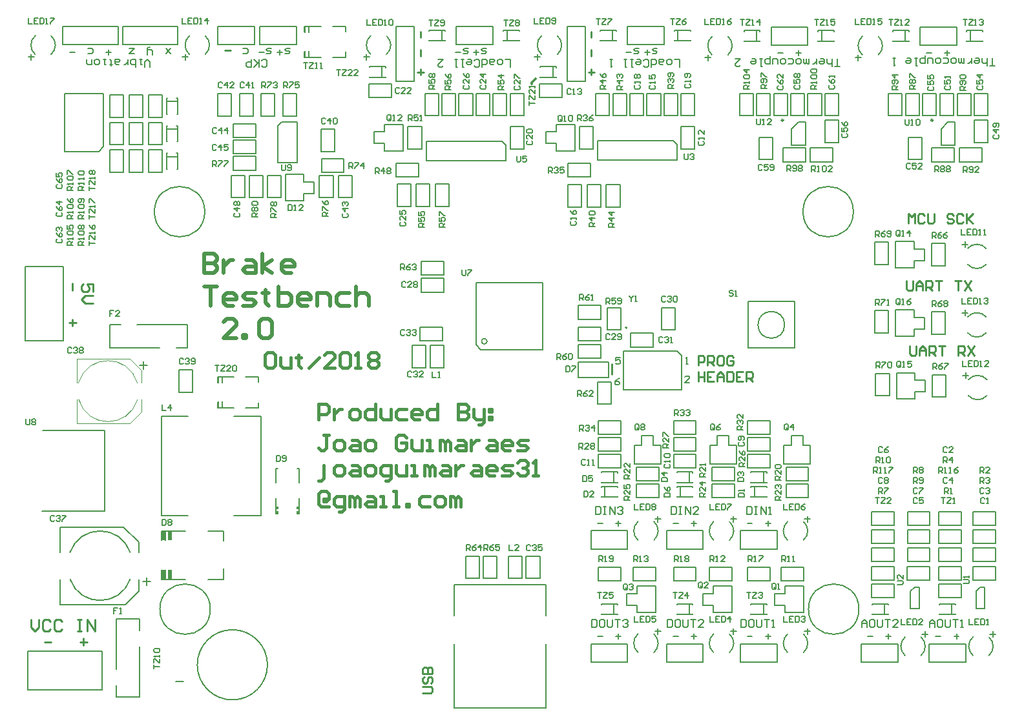
<source format=gto>
G04*
G04 #@! TF.GenerationSoftware,Altium Limited,Altium Designer,18.1.9 (240)*
G04*
G04 Layer_Color=65535*
%FSLAX44Y44*%
%MOMM*%
G71*
G01*
G75*
%ADD10C,0.1524*%
%ADD11C,0.1200*%
%ADD12C,0.2032*%
%ADD13C,0.2500*%
%ADD14C,0.2540*%
%ADD15C,0.1270*%
%ADD16C,0.2000*%
%ADD17C,0.3048*%
%ADD18C,0.1500*%
%ADD19C,0.5080*%
%ADD20C,0.3810*%
%ADD21R,0.2906X0.8523*%
%ADD22R,0.3626X0.3104*%
%ADD23R,0.3598X0.3340*%
%ADD24R,0.5613X1.2895*%
D10*
X1278356Y69103D02*
G03*
X1278536Y93341I-10356J12197D01*
G01*
X1257644Y93497D02*
G03*
X1257464Y69259I10356J-12197D01*
G01*
X1189356Y69103D02*
G03*
X1189536Y93341I-10356J12197D01*
G01*
X1168644Y93497D02*
G03*
X1168464Y69259I10356J-12197D01*
G01*
X1035356Y220504D02*
G03*
X1035536Y244742I-10356J12197D01*
G01*
X1014644Y244898D02*
G03*
X1014464Y220660I10356J-12197D01*
G01*
X938356Y220504D02*
G03*
X938536Y244742I-10356J12197D01*
G01*
X917644Y244898D02*
G03*
X917464Y220660I10356J-12197D01*
G01*
X839356Y220504D02*
G03*
X839536Y244742I-10356J12197D01*
G01*
X818644Y244898D02*
G03*
X818464Y220660I10356J-12197D01*
G01*
X1035356Y73102D02*
G03*
X1035536Y97340I-10356J12197D01*
G01*
X1014644Y97496D02*
G03*
X1014464Y73258I10356J-12197D01*
G01*
X938356Y73102D02*
G03*
X938536Y97340I-10356J12197D01*
G01*
X917644Y97496D02*
G03*
X917464Y73258I10356J-12197D01*
G01*
X839356Y73102D02*
G03*
X839536Y97340I-10356J12197D01*
G01*
X818644Y97496D02*
G03*
X818464Y73258I10356J-12197D01*
G01*
X692195Y882217D02*
G03*
X692014Y857979I10356J-12197D01*
G01*
X712906Y857823D02*
G03*
X713086Y882061I-10356J12197D01*
G01*
X1274897Y603197D02*
G03*
X1250659Y603377I-12197J-10356D01*
G01*
X1250503Y582486D02*
G03*
X1274741Y582305I12197J10356D01*
G01*
X1275897Y431037D02*
G03*
X1251659Y431217I-12197J-10356D01*
G01*
X1251503Y410326D02*
G03*
X1275741Y410145I12197J10356D01*
G01*
X1274897Y513357D02*
G03*
X1250659Y513537I-12197J-10356D01*
G01*
X1250503Y492645D02*
G03*
X1274741Y492465I12197J10356D01*
G01*
X153055Y204780D02*
G03*
X74315Y204780I-39370J-13970D01*
G01*
Y169220D02*
G03*
X153055Y169220I39370J13970D01*
G01*
X230644Y882217D02*
G03*
X230464Y857979I10356J-12197D01*
G01*
X251356Y857823D02*
G03*
X251536Y882061I-10356J12197D01*
G01*
X915644Y881497D02*
G03*
X915464Y857259I10356J-12197D01*
G01*
X936356Y857103D02*
G03*
X936536Y881341I-10356J12197D01*
G01*
X1112644Y881497D02*
G03*
X1112464Y857259I10356J-12197D01*
G01*
X1133356Y857103D02*
G03*
X1133536Y881341I-10356J12197D01*
G01*
X28644Y882217D02*
G03*
X28464Y857979I10356J-12197D01*
G01*
X49356Y857823D02*
G03*
X49536Y882061I-10356J12197D01*
G01*
X468195Y882217D02*
G03*
X468014Y857979I10356J-12197D01*
G01*
X488906Y857823D02*
G03*
X489086Y882061I-10356J12197D01*
G01*
X620712Y481370D02*
G03*
X620712Y481370I-3592J0D01*
G01*
X333000Y57000D02*
G03*
X333000Y57000I-46000J0D01*
G01*
X1010750Y503000D02*
G03*
X1010750Y503000I-17500J0D01*
G01*
X1242470Y192272D02*
Y210172D01*
X1213030D02*
X1242470D01*
X1213030Y192272D02*
Y210172D01*
Y192272D02*
X1242470D01*
X1154220D02*
Y210172D01*
X1124780D02*
X1154220D01*
X1124780Y192272D02*
Y210172D01*
Y192272D02*
X1154220D01*
X799300Y468700D02*
X869404D01*
X875500Y417900D02*
Y462604D01*
X869404Y468700D02*
X875500Y462604D01*
X799300Y417900D02*
X875500D01*
X799300D02*
Y468700D01*
X213322Y473000D02*
X228000D01*
X126000D02*
X191732D01*
X126000Y503000D02*
X140678D01*
X126000Y473000D02*
Y503000D01*
X162014D02*
X228000D01*
Y473000D02*
Y503000D01*
X15181Y481832D02*
X65431D01*
Y579332D01*
X15181Y481832D02*
Y579332D01*
X65431D01*
X267637Y394020D02*
X289380D01*
X267637Y434660D02*
X289380D01*
X304620D02*
X321384D01*
X304620Y394020D02*
X321384D01*
X267637Y427352D02*
Y434660D01*
Y394020D02*
Y401452D01*
X321384Y427636D02*
Y434660D01*
Y394020D02*
Y401032D01*
X1169270Y777280D02*
X1187170D01*
Y806720D01*
X1169270D02*
X1187170D01*
X1169270Y777280D02*
Y806720D01*
X1146750Y777280D02*
X1164650D01*
Y806720D01*
X1146750D02*
X1164650D01*
X1146750Y777280D02*
Y806720D01*
X216800Y444220D02*
X234700D01*
X216800Y414780D02*
Y444220D01*
Y414780D02*
X234700D01*
Y444220D01*
X616050Y170280D02*
X633950D01*
Y199720D01*
X616050D02*
X633950D01*
X616050Y170280D02*
Y199720D01*
X65000Y894720D02*
X137000D01*
Y870720D02*
Y894720D01*
X65000Y870720D02*
X137000D01*
X65000D02*
Y894720D01*
X1200000Y60599D02*
Y84599D01*
Y60599D02*
X1248000D01*
Y84599D01*
X1200000D02*
X1248000D01*
X628550Y870720D02*
Y894720D01*
X580550D02*
X628550D01*
X580550Y870720D02*
Y894720D01*
Y870720D02*
X628550D01*
X852550D02*
Y894720D01*
X804550D02*
X852550D01*
X804550Y870720D02*
Y894720D01*
Y870720D02*
X852550D01*
X953000Y209000D02*
Y233000D01*
Y209000D02*
X1001000D01*
Y233000D01*
X953000D02*
X1001000D01*
X856000Y209000D02*
Y233000D01*
Y209000D02*
X904000D01*
Y233000D01*
X856000D02*
X904000D01*
X757000Y209000D02*
Y233000D01*
Y209000D02*
X805000D01*
Y233000D01*
X757000D02*
X805000D01*
X953000Y60599D02*
Y84599D01*
Y60599D02*
X1001000D01*
Y84599D01*
X953000D02*
X1001000D01*
X856000Y60599D02*
Y84599D01*
Y60599D02*
X904000D01*
Y84599D01*
X856000D02*
X904000D01*
X757000Y60599D02*
Y84599D01*
Y60599D02*
X805000D01*
Y84599D01*
X757000D02*
X805000D01*
X865280Y359050D02*
Y376950D01*
Y359050D02*
X894720D01*
Y376950D01*
X865280D02*
X894720D01*
X1009887Y320253D02*
X1044431D01*
Y344637D01*
X1034779D02*
X1044431D01*
X1034779D02*
Y357845D01*
X1019539D02*
X1034779D01*
X1019539Y344637D02*
Y357845D01*
X1009887Y344637D02*
X1019539D01*
X1009887Y320253D02*
Y344637D01*
X912887Y320253D02*
X947431D01*
Y344637D01*
X937779D02*
X947431D01*
X937779D02*
Y357845D01*
X922539D02*
X937779D01*
X922539Y344637D02*
Y357845D01*
X912887Y344637D02*
X922539D01*
X912887Y320253D02*
Y344637D01*
X813887Y320253D02*
X848431D01*
Y344637D01*
X838779D02*
X848431D01*
X838779D02*
Y357845D01*
X823539D02*
X838779D01*
X823539Y344637D02*
Y357845D01*
X813887Y344637D02*
X823539D01*
X813887Y320253D02*
Y344637D01*
X966500Y137000D02*
X987500D01*
X966500Y123000D02*
X987500D01*
X982850D02*
Y137000D01*
X966500Y123000D02*
Y123944D01*
Y136056D02*
Y137000D01*
X987500Y135984D02*
Y137000D01*
X987500Y124016D02*
X987500Y123000D01*
X869500Y137000D02*
X890500D01*
X869500Y123000D02*
X890500D01*
X885850D02*
Y137000D01*
X869500Y123000D02*
Y123944D01*
Y136056D02*
Y137000D01*
X890500Y135984D02*
Y137000D01*
X890500Y124016D02*
X890500Y123000D01*
X770500Y137000D02*
X791500D01*
X770500Y123000D02*
X791500D01*
X786850D02*
Y137000D01*
X770500Y123000D02*
Y123944D01*
Y136056D02*
Y137000D01*
X791500Y135984D02*
Y137000D01*
X791500Y124016D02*
X791500Y123000D01*
X991720Y167050D02*
Y184950D01*
X962280D02*
X991720D01*
X962280Y167050D02*
Y184950D01*
Y167050D02*
X991720D01*
X894720D02*
Y184950D01*
X865280D02*
X894720D01*
X865280Y167050D02*
Y184950D01*
Y167050D02*
X894720D01*
X795720D02*
Y184950D01*
X766280D02*
X795720D01*
X766280Y167050D02*
Y184950D01*
Y167050D02*
X795720D01*
X1035607D02*
Y184950D01*
X1006167D02*
X1035607D01*
X1006167Y167050D02*
Y184950D01*
Y167050D02*
X1035607D01*
X941607D02*
Y184950D01*
X912167D02*
X941607D01*
X912167Y167050D02*
Y184950D01*
Y167050D02*
X941607D01*
X841747D02*
Y184950D01*
X812307D02*
X841747D01*
X812307Y167050D02*
Y184950D01*
Y167050D02*
X841747D01*
X525550Y822720D02*
Y894720D01*
X501550Y822720D02*
X525550D01*
X501550D02*
Y894720D01*
X525550D01*
X517050Y733780D02*
X534950D01*
Y763220D01*
X517050D02*
X534950D01*
X517050Y733780D02*
Y763220D01*
X866250Y875720D02*
X887250D01*
X866250Y889720D02*
X887250D01*
X870900Y875720D02*
Y889720D01*
X887250Y888776D02*
Y889720D01*
Y875720D02*
Y876664D01*
X866250Y875720D02*
Y876736D01*
Y889720D02*
X866250Y888704D01*
X769050Y889720D02*
X790050D01*
X769050Y875720D02*
X790050D01*
X785400D02*
Y889720D01*
X769050Y875720D02*
Y876664D01*
Y888776D02*
Y889720D01*
X790050Y888704D02*
Y889720D01*
X790050Y876736D02*
X790050Y875720D01*
X749550Y822720D02*
Y894720D01*
X725550Y822720D02*
X749550D01*
X725550D02*
Y894720D01*
X749550D01*
X1156253Y577728D02*
Y612272D01*
Y577728D02*
X1180637D01*
Y587380D01*
X1193845D01*
Y602620D01*
X1180637D02*
X1193845D01*
X1180637D02*
Y612272D01*
X1156253D02*
X1180637D01*
X1157253Y405568D02*
Y440112D01*
Y405568D02*
X1181637D01*
Y415220D01*
X1194845D01*
Y430460D01*
X1181637D02*
X1194845D01*
X1181637D02*
Y440112D01*
X1157253D02*
X1181637D01*
X1156253Y487888D02*
Y522432D01*
Y487888D02*
X1180637D01*
Y497540D01*
X1193845D01*
Y512780D01*
X1180637D02*
X1193845D01*
X1180637D02*
Y522432D01*
X1156253D02*
X1180637D01*
X1129050Y581940D02*
X1146950D01*
Y611380D01*
X1129050D02*
X1146950D01*
X1129050Y581940D02*
Y611380D01*
X1130050Y409780D02*
X1147950D01*
Y439220D01*
X1130050D02*
X1147950D01*
X1130050Y409780D02*
Y439220D01*
X1129050Y492100D02*
X1146950D01*
Y521540D01*
X1129050D02*
X1146950D01*
X1129050Y492100D02*
Y521540D01*
X1203050Y609720D02*
X1220950D01*
X1203050Y580280D02*
Y609720D01*
Y580280D02*
X1220950D01*
Y609720D01*
X1204050Y437560D02*
X1221950D01*
X1204050Y408120D02*
Y437560D01*
Y408120D02*
X1221950D01*
Y437560D01*
X1203050Y519880D02*
X1220950D01*
X1203050Y490440D02*
Y519880D01*
Y490440D02*
X1220950D01*
Y519880D01*
X672050Y199720D02*
X689950D01*
X672050Y170280D02*
Y199720D01*
Y170280D02*
X689950D01*
Y199720D01*
X593050Y170280D02*
X610950D01*
Y199720D01*
X593050D02*
X610950D01*
X593050Y170280D02*
Y199720D01*
X648924Y170280D02*
X666824D01*
Y199720D01*
X648924D02*
X666824D01*
X648924Y170280D02*
Y199720D01*
X849050Y496130D02*
X866950D01*
Y525570D01*
X849050D02*
X866950D01*
X849050Y496130D02*
Y525570D01*
X164485Y153931D02*
Y169220D01*
X146755Y136200D02*
X164485Y153931D01*
X61615Y136200D02*
X146755D01*
X61615D02*
Y169220D01*
X164485Y204780D02*
Y217858D01*
X144543Y237800D02*
X164485Y217858D01*
X61615Y237800D02*
X144543D01*
X61615Y204780D02*
Y237800D01*
X135000Y15000D02*
X165000D01*
Y80986D01*
X135000Y117000D02*
X165000D01*
Y102322D02*
Y117000D01*
X135000Y51268D02*
Y117000D01*
Y15000D02*
Y29678D01*
X19000Y24500D02*
Y74750D01*
Y24500D02*
X116500D01*
X19000Y74750D02*
X116500D01*
Y24500D02*
Y74750D01*
X194214Y232750D02*
X225776D01*
X194174Y169250D02*
X225776D01*
X194174D02*
Y181383D01*
X194214Y220616D02*
Y232750D01*
X255240D02*
X275814D01*
Y219288D02*
Y232750D01*
X199302Y169250D02*
Y181361D01*
Y220639D02*
Y232750D01*
X255240Y169250D02*
X275814D01*
Y182966D01*
X37452Y258422D02*
X119240D01*
Y364340D01*
X37960D02*
X119240D01*
X316000Y870720D02*
Y894720D01*
X268000D02*
X316000D01*
X268000Y870720D02*
Y894720D01*
Y870720D02*
X316000D01*
X353100Y806440D02*
X371000D01*
X353100Y777000D02*
Y806440D01*
Y777000D02*
X371000D01*
Y806440D01*
X296367D02*
X314267D01*
X296367Y777000D02*
Y806440D01*
Y777000D02*
X314267D01*
Y806440D01*
X268000D02*
X285900D01*
X268000Y777000D02*
Y806440D01*
Y777000D02*
X285900D01*
Y806440D01*
X324733Y777000D02*
X342633D01*
Y806440D01*
X324733D02*
X342633D01*
X324733Y777000D02*
Y806440D01*
X371000Y870720D02*
Y894720D01*
X323000D02*
X371000D01*
X323000Y870720D02*
Y894720D01*
Y870720D02*
X371000D01*
X403050Y730080D02*
X420950D01*
Y759520D01*
X403050D02*
X420950D01*
X403050Y730080D02*
Y759520D01*
X957500Y889000D02*
X978500D01*
X957500Y875000D02*
X978500D01*
X973850D02*
Y889000D01*
X957500Y875000D02*
Y875944D01*
Y888056D02*
Y889000D01*
X978500Y887984D02*
Y889000D01*
X978500Y876016D02*
X978500Y875000D01*
X1054700D02*
X1075700D01*
X1054700Y889000D02*
X1075700D01*
X1059350Y875000D02*
Y889000D01*
X1075700Y888056D02*
Y889000D01*
Y875000D02*
Y875944D01*
X1054700Y875000D02*
Y876016D01*
Y889000D02*
X1054700Y887984D01*
X1041000Y870000D02*
Y894000D01*
X993000D02*
X1041000D01*
X993000Y870000D02*
Y894000D01*
Y870000D02*
X1041000D01*
X1152500Y889000D02*
X1173500D01*
X1152500Y875000D02*
X1173500D01*
X1168850D02*
Y889000D01*
X1152500Y875000D02*
Y875944D01*
Y888056D02*
Y889000D01*
X1173500Y887984D02*
Y889000D01*
X1173500Y876016D02*
X1173500Y875000D01*
X1249500D02*
X1270500D01*
X1249500Y889000D02*
X1270500D01*
X1254150Y875000D02*
Y889000D01*
X1270500Y888056D02*
Y889000D01*
Y875000D02*
Y875944D01*
X1249500Y875000D02*
Y876016D01*
Y889000D02*
X1249500Y887984D01*
X1236000Y870000D02*
Y894000D01*
X1188000D02*
X1236000D01*
X1188000Y870000D02*
Y894000D01*
Y870000D02*
X1236000D01*
X118100Y736616D02*
Y806720D01*
X67300Y730520D02*
X112004D01*
X118100Y736616D01*
X67300Y730520D02*
Y806720D01*
X118100D01*
X143000Y894720D02*
X215000D01*
Y870720D02*
Y894720D01*
X143000Y870720D02*
X215000D01*
X143000D02*
Y894720D01*
X1111000Y60599D02*
Y84599D01*
Y60599D02*
X1159000D01*
Y84599D01*
X1111000D02*
X1159000D01*
X1191790Y806720D02*
X1209690D01*
X1191790Y777280D02*
Y806720D01*
Y777280D02*
X1209690D01*
Y806720D01*
X1214310D02*
X1232210D01*
X1214310Y777280D02*
Y806720D01*
Y777280D02*
X1232210D01*
Y806720D01*
X1236830Y777280D02*
X1254730D01*
Y806720D01*
X1236830D02*
X1254730D01*
X1236830Y777280D02*
Y806720D01*
X1259350D02*
X1277250D01*
X1259350Y777280D02*
Y806720D01*
Y777280D02*
X1277250D01*
Y806720D01*
X1240030Y717050D02*
Y734950D01*
Y717050D02*
X1269470D01*
Y734950D01*
X1240030D02*
X1269470D01*
X1232720Y717050D02*
Y734950D01*
X1203280D02*
X1232720D01*
X1203280Y717050D02*
Y734950D01*
Y717050D02*
X1232720D01*
X1173050Y749220D02*
X1190950D01*
X1173050Y719780D02*
Y749220D01*
Y719780D02*
X1190950D01*
Y749220D01*
X1259050Y771720D02*
X1276950D01*
X1259050Y742280D02*
Y771720D01*
Y742280D02*
X1276950D01*
Y771720D01*
X1063550D02*
X1081450D01*
X1063550Y742280D02*
Y771720D01*
Y742280D02*
X1081450D01*
Y771720D01*
X1063550Y806720D02*
X1081450D01*
X1063550Y777280D02*
Y806720D01*
Y777280D02*
X1081450D01*
Y806720D01*
X1041190Y777280D02*
X1059090D01*
Y806720D01*
X1041190D02*
X1059090D01*
X1041190Y777280D02*
Y806720D01*
X1018830Y777280D02*
X1036730D01*
Y806720D01*
X1018830D02*
X1036730D01*
X1018830Y777280D02*
Y806720D01*
X996470D02*
X1014370D01*
X996470Y777280D02*
Y806720D01*
Y777280D02*
X1014370D01*
Y806720D01*
X974110Y777280D02*
X992010D01*
Y806720D01*
X974110D02*
X992010D01*
X974110Y777280D02*
Y806720D01*
X951750Y777280D02*
X969650D01*
Y806720D01*
X951750D02*
X969650D01*
X951750Y777280D02*
Y806720D01*
X1044030Y717050D02*
Y734950D01*
Y717050D02*
X1073470D01*
Y734950D01*
X1044030D02*
X1073470D01*
X1038220Y717050D02*
Y734950D01*
X1008780D02*
X1038220D01*
X1008780Y717050D02*
Y734950D01*
Y717050D02*
X1038220D01*
X977050Y749220D02*
X994950D01*
X977050Y719780D02*
Y749220D01*
Y719780D02*
X994950D01*
Y749220D01*
X875100Y806720D02*
X893000D01*
X875100Y777280D02*
Y806720D01*
Y777280D02*
X893000D01*
Y806720D01*
X852740Y777280D02*
X870640D01*
Y806720D01*
X852740D02*
X870640D01*
X852740Y777280D02*
Y806720D01*
X830380D02*
X848280D01*
X830380Y777280D02*
Y806720D01*
Y777280D02*
X848280D01*
Y806720D01*
X808020D02*
X825920D01*
X808020Y777280D02*
Y806720D01*
Y777280D02*
X825920D01*
Y806720D01*
X785660Y777280D02*
X803560D01*
Y806720D01*
X785660D02*
X803560D01*
X785660Y777280D02*
Y806720D01*
X763300Y777280D02*
X781200D01*
Y806720D01*
X763300D02*
X781200D01*
X763300Y777280D02*
Y806720D01*
X651100D02*
X669000D01*
X651100Y777280D02*
Y806720D01*
Y777280D02*
X669000D01*
Y806720D01*
X628740Y777280D02*
X646640D01*
Y806720D01*
X628740D02*
X646640D01*
X628740Y777280D02*
Y806720D01*
X606380D02*
X624280D01*
X606380Y777280D02*
Y806720D01*
Y777280D02*
X624280D01*
Y806720D01*
X584020D02*
X601920D01*
X584020Y777280D02*
Y806720D01*
Y777280D02*
X601920D01*
Y806720D01*
X561660Y777280D02*
X579560D01*
Y806720D01*
X561660D02*
X579560D01*
X561660Y777280D02*
Y806720D01*
X539300Y777280D02*
X557200D01*
Y806720D01*
X539300D02*
X557200D01*
X539300Y777280D02*
Y806720D01*
X875050Y763220D02*
X892950D01*
X875050Y733780D02*
Y763220D01*
Y733780D02*
X892950D01*
Y763220D01*
X651050Y763220D02*
X668950D01*
X651050Y733780D02*
Y763220D01*
Y733780D02*
X668950D01*
Y763220D01*
X735747Y731228D02*
Y765772D01*
X711363D02*
X735747D01*
X711363Y756120D02*
Y765772D01*
X698155Y756120D02*
X711363D01*
X698155Y740880D02*
Y756120D01*
Y740880D02*
X711363D01*
Y731228D02*
Y740880D01*
Y731228D02*
X735747D01*
X689830Y801050D02*
Y818950D01*
Y801050D02*
X719270D01*
Y818950D01*
X689830D02*
X719270D01*
X711550Y828736D02*
X711550Y827720D01*
Y840704D02*
Y841720D01*
X690550Y840776D02*
Y841720D01*
Y827720D02*
Y828664D01*
X706900Y827720D02*
Y841720D01*
X690550Y827720D02*
X711550D01*
X690550Y841720D02*
X711550D01*
X465830Y801050D02*
Y818950D01*
Y801050D02*
X495270D01*
Y818950D01*
X465830D02*
X495270D01*
X487550Y828736D02*
X487550Y827720D01*
Y840704D02*
Y841720D01*
X466550Y840776D02*
Y841720D01*
Y827720D02*
Y828664D01*
X482900Y827720D02*
Y841720D01*
X466550Y827720D02*
X487550D01*
X466550Y841720D02*
X487550D01*
X435384Y854080D02*
Y861092D01*
Y887696D02*
Y894720D01*
X381637Y854080D02*
Y861513D01*
Y887412D02*
Y894720D01*
X418620Y854080D02*
X435384D01*
X418620Y894720D02*
X435384D01*
X381637D02*
X403380D01*
X381637Y854080D02*
X403380D01*
X545050Y889720D02*
X566050D01*
X545050Y875720D02*
X566050D01*
X561400D02*
Y889720D01*
X545050Y875720D02*
Y876664D01*
Y888776D02*
Y889720D01*
X566050Y888704D02*
Y889720D01*
X566050Y876736D02*
X566050Y875720D01*
X642250D02*
X663250D01*
X642250Y889720D02*
X663250D01*
X646900Y875720D02*
Y889720D01*
X663250Y888776D02*
Y889720D01*
Y875720D02*
Y876664D01*
X642250Y875720D02*
Y876736D01*
Y889720D02*
X642250Y888704D01*
X864640Y744300D02*
X869720Y739220D01*
X765580Y744300D02*
X864640D01*
X765580Y718900D02*
Y744300D01*
Y718900D02*
X869720D01*
Y739220D01*
X640640Y744050D02*
X645720Y738970D01*
X541580Y744050D02*
X640640D01*
X541580Y718650D02*
Y744050D01*
Y718650D02*
X645720D01*
Y738970D01*
X552950Y687720D02*
X570850D01*
X552950Y658280D02*
Y687720D01*
Y658280D02*
X570850D01*
Y687720D01*
X527865D02*
X545765D01*
X527865Y658280D02*
Y687720D01*
Y658280D02*
X545765D01*
Y687720D01*
X502780D02*
X520680D01*
X502780Y658280D02*
Y687720D01*
Y658280D02*
X520680D01*
Y687720D01*
X726780Y686720D02*
X744680D01*
X726780Y657280D02*
Y686720D01*
Y657280D02*
X744680D01*
Y686720D01*
X751865D02*
X769765D01*
X751865Y657280D02*
Y686720D01*
Y657280D02*
X769765D01*
Y686720D01*
X776950D02*
X794850D01*
X776950Y657280D02*
Y686720D01*
Y657280D02*
X794850D01*
Y686720D01*
X426100Y669780D02*
X444000D01*
Y699220D01*
X426100D02*
X444000D01*
X426100Y669780D02*
Y699220D01*
X401050D02*
X418950D01*
X401050Y669780D02*
Y699220D01*
Y669780D02*
X418950D01*
Y699220D01*
X403780Y703050D02*
Y720950D01*
Y703050D02*
X433220D01*
Y720950D01*
X403780D02*
X433220D01*
X726780Y697050D02*
Y714950D01*
Y697050D02*
X756220D01*
Y714950D01*
X726780D02*
X756220D01*
X501280Y697050D02*
Y714950D01*
Y697050D02*
X530720D01*
Y714950D01*
X501280D02*
X530720D01*
X742050Y733780D02*
X759950D01*
Y763220D01*
X742050D02*
X759950D01*
X742050Y733780D02*
Y763220D01*
X510607Y731228D02*
Y765772D01*
X486223D02*
X510607D01*
X486223Y756120D02*
Y765772D01*
X473015Y756120D02*
X486223D01*
X473015Y740880D02*
Y756120D01*
Y740880D02*
X486223D01*
Y731228D02*
Y740880D01*
Y731228D02*
X510607D01*
X288280Y749050D02*
Y766950D01*
Y749050D02*
X317720D01*
Y766950D01*
X288280D02*
X317720D01*
X288280Y727350D02*
Y745250D01*
Y727350D02*
X317720D01*
Y745250D01*
X288280D02*
X317720D01*
Y706050D02*
Y723950D01*
X288280D02*
X317720D01*
X288280Y706050D02*
Y723950D01*
Y706050D02*
X317720D01*
X285550Y699220D02*
X303450D01*
X285550Y669780D02*
Y699220D01*
Y669780D02*
X303450D01*
Y699220D01*
X309300Y669780D02*
X327200D01*
Y699220D01*
X309300D02*
X327200D01*
X309300Y669780D02*
Y699220D01*
X333050D02*
X350950D01*
X333050Y669780D02*
Y699220D01*
Y669780D02*
X350950D01*
Y699220D01*
X356416Y665728D02*
Y700272D01*
Y665728D02*
X380800D01*
Y675380D01*
X394008D01*
Y690620D01*
X380800D02*
X394008D01*
X380800D02*
Y700272D01*
X356416D02*
X380800D01*
X126050Y775470D02*
X143950D01*
Y804910D01*
X126050D02*
X143950D01*
X126050Y775470D02*
Y804910D01*
X151550D02*
X169450D01*
X151550Y775470D02*
Y804910D01*
Y775470D02*
X169450D01*
Y804910D01*
X177050D02*
X194950D01*
X177050Y775470D02*
Y804910D01*
Y775470D02*
X194950D01*
Y804910D01*
X201000Y779690D02*
Y800690D01*
X215000Y779690D02*
Y800690D01*
X201000Y796040D02*
X215000D01*
X214056Y779690D02*
X215000D01*
X201000D02*
X201944D01*
X201000Y800690D02*
X202016D01*
X213984Y800690D02*
X215000Y800690D01*
X126050Y739280D02*
X143950D01*
Y768720D01*
X126050D02*
X143950D01*
X126050Y739280D02*
Y768720D01*
X151550Y732720D02*
X169450D01*
X151550Y703280D02*
Y732720D01*
Y703280D02*
X169450D01*
Y732720D01*
X126050Y703280D02*
X143950D01*
Y732720D01*
X126050D02*
X143950D01*
X126050Y703280D02*
Y732720D01*
X151550Y768720D02*
X169450D01*
X151550Y739280D02*
Y768720D01*
Y739280D02*
X169450D01*
Y768720D01*
X177050D02*
X194950D01*
X177050Y739280D02*
Y768720D01*
Y739280D02*
X194950D01*
Y768720D01*
X177050Y732720D02*
X194950D01*
X177050Y703280D02*
Y732720D01*
Y703280D02*
X194950D01*
Y732720D01*
X201000Y743500D02*
Y764500D01*
X215000Y743500D02*
Y764500D01*
X201000Y759850D02*
X215000D01*
X214056Y743500D02*
X215000D01*
X201000D02*
X201944D01*
X201000Y764500D02*
X202016D01*
X213984Y764500D02*
X215000Y764500D01*
X201000Y707500D02*
Y728500D01*
X215000Y707500D02*
Y728500D01*
X201000Y723850D02*
X215000D01*
X214056Y707500D02*
X215000D01*
X201000D02*
X201944D01*
X201000Y728500D02*
X202016D01*
X213984Y728500D02*
X215000Y728500D01*
X563720Y546050D02*
Y563950D01*
X534280D02*
X563720D01*
X534280Y546050D02*
Y563950D01*
Y546050D02*
X563720D01*
X534280Y568280D02*
Y586180D01*
Y568280D02*
X563720D01*
Y586180D01*
X534280D02*
X563720D01*
X562220Y482174D02*
Y500074D01*
X532780D02*
X562220D01*
X532780Y482174D02*
Y500074D01*
Y482174D02*
X562220D01*
X522280Y476220D02*
X540180D01*
X522280Y446780D02*
Y476220D01*
Y446780D02*
X540180D01*
Y476220D01*
X546050Y446780D02*
X563950D01*
Y476220D01*
X546050D02*
X563950D01*
X546050Y446780D02*
Y476220D01*
X841747Y125728D02*
Y160272D01*
X817363D02*
X841747D01*
X817363Y150620D02*
Y160272D01*
X804155Y150620D02*
X817363D01*
X804155Y135380D02*
Y150620D01*
Y135380D02*
X817363D01*
Y125728D02*
Y135380D01*
Y125728D02*
X841747D01*
X941607D02*
Y160272D01*
X917223D02*
X941607D01*
X917223Y150620D02*
Y160272D01*
X904015Y150620D02*
X917223D01*
X904015Y135380D02*
Y150620D01*
Y135380D02*
X917223D01*
Y125728D02*
Y135380D01*
Y125728D02*
X941607D01*
X1035607D02*
Y160272D01*
X1011223D02*
X1035607D01*
X1011223Y150620D02*
Y160272D01*
X998015Y150620D02*
X1011223D01*
X998015Y135380D02*
Y150620D01*
Y135380D02*
X1011223D01*
Y125728D02*
Y135380D01*
Y125728D02*
X1035607D01*
X962280Y315050D02*
Y332950D01*
Y315050D02*
X991720D01*
Y332950D01*
X962280D02*
X991720D01*
X966500Y310000D02*
X987500D01*
X966500Y296000D02*
X987500D01*
X982850D02*
Y310000D01*
X966500Y296000D02*
Y296944D01*
Y309056D02*
Y310000D01*
X987500Y308984D02*
Y310000D01*
X987500Y297016D02*
X987500Y296000D01*
X966500Y277000D02*
X987500D01*
X966500Y291000D02*
X987500D01*
X971150Y277000D02*
Y291000D01*
X987500Y290056D02*
Y291000D01*
Y277000D02*
Y277944D01*
X966500Y277000D02*
Y278016D01*
Y291000D02*
X966500Y289984D01*
X1041879Y298050D02*
Y315950D01*
X1012439D02*
X1041879D01*
X1012439Y298050D02*
Y315950D01*
Y298050D02*
X1041879D01*
Y276050D02*
Y293950D01*
X1012439D02*
X1041879D01*
X1012439Y276050D02*
Y293950D01*
Y276050D02*
X1041879D01*
X962280Y337050D02*
Y354950D01*
Y337050D02*
X991720D01*
Y354950D01*
X962280D02*
X991720D01*
X962280Y359050D02*
Y376950D01*
Y359050D02*
X991720D01*
Y376950D01*
X962280D02*
X991720D01*
X944879Y298050D02*
Y315950D01*
X915439D02*
X944879D01*
X915439Y298050D02*
Y315950D01*
Y298050D02*
X944879D01*
X915439Y276050D02*
Y293950D01*
Y276050D02*
X944879D01*
Y293950D01*
X915439D02*
X944879D01*
X865280Y337050D02*
Y354950D01*
Y337050D02*
X894720D01*
Y354950D01*
X865280D02*
X894720D01*
X869500Y277000D02*
X890500D01*
X869500Y291000D02*
X890500D01*
X874150Y277000D02*
Y291000D01*
X890500Y290056D02*
Y291000D01*
Y277000D02*
Y277944D01*
X869500Y277000D02*
Y278016D01*
Y291000D02*
X869500Y289984D01*
X869500Y310000D02*
X890500D01*
X869500Y296000D02*
X890500D01*
X885850D02*
Y310000D01*
X869500Y296000D02*
Y296944D01*
Y309056D02*
Y310000D01*
X890500Y308984D02*
Y310000D01*
X890500Y297016D02*
X890500Y296000D01*
X865280Y315050D02*
Y332950D01*
Y315050D02*
X894720D01*
Y332950D01*
X865280D02*
X894720D01*
X845879Y298050D02*
Y315950D01*
X816439D02*
X845879D01*
X816439Y298050D02*
Y315950D01*
Y298050D02*
X845879D01*
X816439Y276050D02*
Y293950D01*
Y276050D02*
X845879D01*
Y293950D01*
X816439D02*
X845879D01*
X770500Y277000D02*
X791500D01*
X770500Y291000D02*
X791500D01*
X775150Y277000D02*
Y291000D01*
X791500Y290056D02*
Y291000D01*
Y277000D02*
Y277944D01*
X770500Y277000D02*
Y278016D01*
Y291000D02*
X770500Y289984D01*
X770500Y310000D02*
X791500D01*
X770500Y296000D02*
X791500D01*
X786850D02*
Y310000D01*
X770500Y296000D02*
Y296944D01*
Y309056D02*
Y310000D01*
X791500Y308984D02*
Y310000D01*
X791500Y297016D02*
X791500Y296000D01*
X766280Y315050D02*
Y332950D01*
Y315050D02*
X795720D01*
Y332950D01*
X766280D02*
X795720D01*
X766280Y337050D02*
Y354950D01*
Y337050D02*
X795720D01*
Y354950D01*
X766280D02*
X795720D01*
X766280Y359050D02*
Y376950D01*
Y359050D02*
X795720D01*
Y376950D01*
X766280D02*
X795720D01*
X765550Y398780D02*
X783450D01*
Y428220D01*
X765550D02*
X783450D01*
X765550Y398780D02*
Y428220D01*
X780430Y433610D02*
Y454390D01*
X740570Y433610D02*
X780430D01*
X740570Y454390D02*
X780430D01*
X740570Y433610D02*
Y454390D01*
X769720Y459050D02*
Y476950D01*
X740280D02*
X769720D01*
X740280Y459050D02*
Y476950D01*
Y459050D02*
X769720D01*
X740280Y482174D02*
Y500074D01*
Y482174D02*
X769720D01*
Y500074D01*
X740280D02*
X769720D01*
Y510400D02*
Y528300D01*
X740280D02*
X769720D01*
X740280Y510400D02*
Y528300D01*
Y510400D02*
X769720D01*
X778050Y525570D02*
X795950D01*
X778050Y496130D02*
Y525570D01*
Y496130D02*
X795950D01*
Y525570D01*
X1287220Y240050D02*
Y257950D01*
X1257780D02*
X1287220D01*
X1257780Y240050D02*
Y257950D01*
Y240050D02*
X1287220D01*
Y216161D02*
Y234061D01*
X1257780D02*
X1287220D01*
X1257780Y216161D02*
Y234061D01*
Y216161D02*
X1287220D01*
Y192272D02*
Y210172D01*
X1257780D02*
X1287220D01*
X1257780Y192272D02*
Y210172D01*
Y192272D02*
X1287220D01*
X1257530Y168300D02*
Y186200D01*
Y168300D02*
X1286970D01*
Y186200D01*
X1257530D02*
X1286970D01*
X1212780Y240050D02*
Y257950D01*
Y240050D02*
X1242220D01*
Y257950D01*
X1212780D02*
X1242220D01*
Y168300D02*
Y186200D01*
X1212780D02*
X1242220D01*
X1212780Y168300D02*
Y186200D01*
Y168300D02*
X1242220D01*
X1212780Y216161D02*
Y234061D01*
Y216161D02*
X1242220D01*
Y234061D01*
X1212780D02*
X1242220D01*
X1212780Y145050D02*
Y162950D01*
Y145050D02*
X1242220D01*
Y162950D01*
X1212780D02*
X1242220D01*
X1213500Y137000D02*
X1234500D01*
X1213500Y123000D02*
X1234500D01*
X1229850D02*
Y137000D01*
X1213500Y123000D02*
Y123944D01*
Y136056D02*
Y137000D01*
X1234500Y135984D02*
Y137000D01*
X1234500Y124016D02*
X1234500Y123000D01*
X1201220Y240050D02*
Y257950D01*
X1171780D02*
X1201220D01*
X1171780Y240050D02*
Y257950D01*
Y240050D02*
X1201220D01*
Y216161D02*
Y234061D01*
X1171780D02*
X1201220D01*
X1171780Y216161D02*
Y234061D01*
Y216161D02*
X1201220D01*
Y192272D02*
Y210172D01*
X1171780D02*
X1201220D01*
X1171780Y192272D02*
Y210172D01*
Y192272D02*
X1201220D01*
X1171030Y168050D02*
Y185950D01*
Y168050D02*
X1200470D01*
Y185950D01*
X1171030D02*
X1200470D01*
X1124780Y240050D02*
Y257950D01*
Y240050D02*
X1154220D01*
Y257950D01*
X1124780D02*
X1154220D01*
Y168050D02*
Y185950D01*
X1124780D02*
X1154220D01*
X1124780Y168050D02*
Y185950D01*
Y168050D02*
X1154220D01*
X1124780Y216161D02*
Y234061D01*
Y216161D02*
X1154220D01*
Y234061D01*
X1124780D02*
X1154220D01*
X1124780Y145050D02*
Y162950D01*
Y145050D02*
X1154220D01*
Y162950D01*
X1124780D02*
X1154220D01*
X1125500Y137000D02*
X1146500D01*
X1125500Y123000D02*
X1146500D01*
X1141850D02*
Y137000D01*
X1125500Y123000D02*
Y123944D01*
Y136056D02*
Y137000D01*
X1146500Y135984D02*
Y137000D01*
X1146500Y124016D02*
X1146500Y123000D01*
X838220Y474050D02*
Y491950D01*
X808780D02*
X838220D01*
X808780Y474050D02*
Y491950D01*
Y474050D02*
X838220D01*
X346383Y764240D02*
X351463Y769320D01*
X346383Y715980D02*
Y764240D01*
Y715980D02*
X371783D01*
Y769320D01*
X351463D02*
X371783D01*
X213090Y35000D02*
X223250D01*
X962770Y533480D02*
X1023730D01*
X962770Y472520D02*
Y533480D01*
Y472520D02*
X1023730D01*
Y533480D01*
X763506Y264558D02*
Y254401D01*
X768584D01*
X770277Y256094D01*
Y262865D01*
X768584Y264558D01*
X763506D01*
X773662D02*
X777048D01*
X775355D01*
Y254401D01*
X773662D01*
X777048D01*
X782126D02*
Y264558D01*
X788897Y254401D01*
Y264558D01*
X792283Y262865D02*
X793976Y264558D01*
X797361D01*
X799054Y262865D01*
Y261172D01*
X797361Y259479D01*
X795669D01*
X797361D01*
X799054Y257787D01*
Y256094D01*
X797361Y254401D01*
X793976D01*
X792283Y256094D01*
X772332Y242785D02*
X765668D01*
X796332D02*
X789668D01*
X793000Y246118D02*
Y239453D01*
X862506Y264558D02*
Y254401D01*
X867584D01*
X869277Y256094D01*
Y262865D01*
X867584Y264558D01*
X862506D01*
X872662D02*
X876048D01*
X874355D01*
Y254401D01*
X872662D01*
X876048D01*
X881126D02*
Y264558D01*
X887897Y254401D01*
Y264558D01*
X898054Y254401D02*
X891283D01*
X898054Y261172D01*
Y262865D01*
X896361Y264558D01*
X892976D01*
X891283Y262865D01*
X871332Y242785D02*
X864668D01*
X895332D02*
X888668D01*
X892000Y246118D02*
Y239453D01*
X961172Y264558D02*
Y254401D01*
X966250D01*
X967943Y256094D01*
Y262865D01*
X966250Y264558D01*
X961172D01*
X971329D02*
X974714D01*
X973021D01*
Y254401D01*
X971329D01*
X974714D01*
X979792D02*
Y264558D01*
X986564Y254401D01*
Y264558D01*
X989949Y254401D02*
X993335D01*
X991642D01*
Y264558D01*
X989949Y262865D01*
X968332Y242785D02*
X961668D01*
X992332D02*
X985668D01*
X989000Y246118D02*
Y239453D01*
X757674Y116157D02*
Y106000D01*
X762753D01*
X764445Y107693D01*
Y114464D01*
X762753Y116157D01*
X757674D01*
X772909D02*
X769524D01*
X767831Y114464D01*
Y107693D01*
X769524Y106000D01*
X772909D01*
X774602Y107693D01*
Y114464D01*
X772909Y116157D01*
X777988D02*
Y107693D01*
X779680Y106000D01*
X783066D01*
X784759Y107693D01*
Y116157D01*
X788144D02*
X794915D01*
X791530D01*
Y106000D01*
X798301Y114464D02*
X799994Y116157D01*
X803379D01*
X805072Y114464D01*
Y112771D01*
X803379Y111078D01*
X801687D01*
X803379D01*
X805072Y109386D01*
Y107693D01*
X803379Y106000D01*
X799994D01*
X798301Y107693D01*
X772332Y94384D02*
X765668D01*
X796332D02*
X789668D01*
X793000Y97717D02*
Y91052D01*
X856674Y116157D02*
Y106000D01*
X861753D01*
X863445Y107693D01*
Y114464D01*
X861753Y116157D01*
X856674D01*
X871909D02*
X868524D01*
X866831Y114464D01*
Y107693D01*
X868524Y106000D01*
X871909D01*
X873602Y107693D01*
Y114464D01*
X871909Y116157D01*
X876988D02*
Y107693D01*
X878680Y106000D01*
X882066D01*
X883759Y107693D01*
Y116157D01*
X887144D02*
X893915D01*
X890530D01*
Y106000D01*
X904072D02*
X897301D01*
X904072Y112771D01*
Y114464D01*
X902379Y116157D01*
X898994D01*
X897301Y114464D01*
X871332Y94384D02*
X864668D01*
X895332D02*
X888668D01*
X892000Y97717D02*
Y91052D01*
X992332Y94384D02*
X985668D01*
X989000Y97717D02*
Y91052D01*
X968332Y94384D02*
X961668D01*
X953674Y116157D02*
Y106000D01*
X958753D01*
X960445Y107693D01*
Y114464D01*
X958753Y116157D01*
X953674D01*
X968909D02*
X965524D01*
X963831Y114464D01*
Y107693D01*
X965524Y106000D01*
X968909D01*
X970602Y107693D01*
Y114464D01*
X968909Y116157D01*
X973988D02*
Y107693D01*
X975680Y106000D01*
X979066D01*
X980759Y107693D01*
Y116157D01*
X984144D02*
X990916D01*
X987530D01*
Y106000D01*
X994301D02*
X997687D01*
X995994D01*
Y116157D01*
X994301Y114464D01*
X819882Y865334D02*
X814884D01*
X813218Y863668D01*
X814884Y862002D01*
X818216D01*
X819882Y860335D01*
X818216Y858669D01*
X813218D01*
X809886Y860335D02*
X803221D01*
X843882Y865334D02*
X838884D01*
X837218Y863668D01*
X838884Y862002D01*
X842216D01*
X843882Y860335D01*
X842216Y858669D01*
X837218D01*
X833886Y860335D02*
X827221D01*
X830553Y857003D02*
Y863668D01*
X595882Y865334D02*
X590884D01*
X589218Y863668D01*
X590884Y862002D01*
X594216D01*
X595882Y860335D01*
X594216Y858669D01*
X589218D01*
X585886Y860335D02*
X579221D01*
X619882Y865334D02*
X614884D01*
X613218Y863668D01*
X614884Y862002D01*
X618216D01*
X619882Y860335D01*
X618216Y858669D01*
X613218D01*
X609885Y860335D02*
X603221D01*
X606553Y857003D02*
Y863668D01*
X362332Y865334D02*
X357334D01*
X355668Y863668D01*
X357334Y862002D01*
X360666D01*
X362332Y860335D01*
X360666Y858669D01*
X355668D01*
X352335Y860335D02*
X345671D01*
X349003Y857003D02*
Y863668D01*
X338332Y865334D02*
X333334D01*
X331668Y863668D01*
X333334Y862002D01*
X336666D01*
X338332Y860335D01*
X336666Y858669D01*
X331668D01*
X328335Y860335D02*
X321671D01*
X1032332Y859615D02*
X1025668D01*
X1029000Y856283D02*
Y862948D01*
X1008332Y859615D02*
X1001668D01*
X1203332D02*
X1196668D01*
X1227332D02*
X1220668D01*
X1224000Y856283D02*
Y862948D01*
X300668Y858669D02*
X305666D01*
X307332Y860335D01*
Y863668D01*
X305666Y865334D01*
X300668D01*
X80332Y860335D02*
X73668D01*
X97668Y858669D02*
X102666D01*
X104332Y860335D01*
Y863668D01*
X102666Y865334D01*
X97668D01*
X128332Y860335D02*
X121668D01*
X125000Y857003D02*
Y863668D01*
X158332Y858669D02*
X151668D01*
X158332Y865334D01*
X151668D01*
X182250Y857085D02*
Y862084D01*
X180584Y863750D01*
X175585D01*
Y865416D01*
X177252Y867082D01*
X178918D01*
X175585Y863750D02*
Y857085D01*
X206332Y858669D02*
X199668Y865334D01*
X203000Y862002D01*
X199668Y858669D01*
X206332Y865334D01*
X179000Y841174D02*
Y847945D01*
X175614Y851331D01*
X172229Y847945D01*
Y841174D01*
X168843Y851331D02*
X165458D01*
X167150D01*
Y844560D01*
X168843D01*
X160379Y841174D02*
Y851331D01*
X155301D01*
X153608Y849638D01*
Y847945D01*
Y846252D01*
X155301Y844560D01*
X160379D01*
X150223D02*
Y851331D01*
Y847945D01*
X148530Y846252D01*
X146837Y844560D01*
X145144D01*
X138373D02*
X134988D01*
X133295Y846252D01*
Y851331D01*
X138373D01*
X140066Y849638D01*
X138373Y847945D01*
X133295D01*
X128216Y842867D02*
Y844560D01*
X129909D01*
X126524D01*
X128216D01*
Y849638D01*
X126524Y851331D01*
X121445D02*
X118060D01*
X119753D01*
Y844560D01*
X121445D01*
X111288Y851331D02*
X107903D01*
X106210Y849638D01*
Y846252D01*
X107903Y844560D01*
X111288D01*
X112981Y846252D01*
Y849638D01*
X111288Y851331D01*
X102825D02*
Y844560D01*
X97746D01*
X96053Y846252D01*
Y851331D01*
X325229Y842867D02*
X326922Y841174D01*
X330307D01*
X332000Y842867D01*
Y849638D01*
X330307Y851331D01*
X326922D01*
X325229Y849638D01*
X321843Y841174D02*
Y851331D01*
Y847945D01*
X315072Y841174D01*
X320150Y846252D01*
X315072Y851331D01*
X311687D02*
Y841174D01*
X306608D01*
X304915Y842867D01*
Y846252D01*
X306608Y847945D01*
X311687D01*
X651202Y841174D02*
Y851331D01*
X644431D01*
X639352D02*
X635967D01*
X634274Y849638D01*
Y846252D01*
X635967Y844559D01*
X639352D01*
X641045Y846252D01*
Y849638D01*
X639352Y851331D01*
X629196Y844559D02*
X625810D01*
X624117Y846252D01*
Y851331D01*
X629196D01*
X630888Y849638D01*
X629196Y847945D01*
X624117D01*
X613960Y841174D02*
Y851331D01*
X619039D01*
X620732Y849638D01*
Y846252D01*
X619039Y844559D01*
X613960D01*
X603804Y842867D02*
X605496Y841174D01*
X608882D01*
X610575Y842867D01*
Y849638D01*
X608882Y851331D01*
X605496D01*
X603804Y849638D01*
X595340Y851331D02*
X598725D01*
X600418Y849638D01*
Y846252D01*
X598725Y844559D01*
X595340D01*
X593647Y846252D01*
Y847945D01*
X600418D01*
X590261Y851331D02*
X586876D01*
X588569D01*
Y841174D01*
X590261D01*
X581797Y851331D02*
X578412D01*
X580105D01*
Y841174D01*
X581797D01*
X556406Y851331D02*
X563177D01*
X556406Y844559D01*
Y842867D01*
X558098Y841174D01*
X561484D01*
X563177Y842867D01*
X873536Y841174D02*
Y851331D01*
X866765D01*
X861686D02*
X858301D01*
X856608Y849638D01*
Y846252D01*
X858301Y844559D01*
X861686D01*
X863379Y846252D01*
Y849638D01*
X861686Y851331D01*
X851529Y844559D02*
X848144D01*
X846451Y846252D01*
Y851331D01*
X851529D01*
X853222Y849638D01*
X851529Y847945D01*
X846451D01*
X836294Y841174D02*
Y851331D01*
X841373D01*
X843065Y849638D01*
Y846252D01*
X841373Y844559D01*
X836294D01*
X826138Y842867D02*
X827830Y841174D01*
X831216D01*
X832909Y842867D01*
Y849638D01*
X831216Y851331D01*
X827830D01*
X826138Y849638D01*
X817674Y851331D02*
X821059D01*
X822752Y849638D01*
Y846252D01*
X821059Y844559D01*
X817674D01*
X815981Y846252D01*
Y847945D01*
X822752D01*
X812595Y851331D02*
X809210D01*
X810902D01*
Y841174D01*
X812595D01*
X804131Y851331D02*
X800746D01*
X802439D01*
Y841174D01*
X804131D01*
X785511Y851331D02*
X782125D01*
X783818D01*
Y841174D01*
X785511Y842867D01*
X1083000Y841593D02*
X1076229D01*
X1079614D01*
Y851750D01*
X1072843Y841593D02*
Y851750D01*
Y846672D01*
X1071151Y844979D01*
X1067765D01*
X1066072Y846672D01*
Y851750D01*
X1057608D02*
X1060994D01*
X1062686Y850057D01*
Y846672D01*
X1060994Y844979D01*
X1057608D01*
X1055915Y846672D01*
Y848364D01*
X1062686D01*
X1052530Y844979D02*
Y851750D01*
Y848364D01*
X1050837Y846672D01*
X1049144Y844979D01*
X1047451D01*
X1042373Y851750D02*
Y844979D01*
X1040680D01*
X1038988Y846672D01*
Y851750D01*
Y846672D01*
X1037295Y844979D01*
X1035602Y846672D01*
Y851750D01*
X1030524D02*
X1027138D01*
X1025445Y850057D01*
Y846672D01*
X1027138Y844979D01*
X1030524D01*
X1032216Y846672D01*
Y850057D01*
X1030524Y851750D01*
X1015288Y844979D02*
X1020367D01*
X1022060Y846672D01*
Y850057D01*
X1020367Y851750D01*
X1015288D01*
X1010210D02*
X1006825D01*
X1005132Y850057D01*
Y846672D01*
X1006825Y844979D01*
X1010210D01*
X1011903Y846672D01*
Y850057D01*
X1010210Y851750D01*
X1001746Y844979D02*
Y850057D01*
X1000053Y851750D01*
X994975D01*
Y844979D01*
X991590Y855136D02*
Y844979D01*
X986511D01*
X984818Y846672D01*
Y850057D01*
X986511Y851750D01*
X991590D01*
X981433D02*
X978047D01*
X979740D01*
Y841593D01*
X981433D01*
X967890Y851750D02*
X971276D01*
X972969Y850057D01*
Y846672D01*
X971276Y844979D01*
X967890D01*
X966198Y846672D01*
Y848364D01*
X972969D01*
X945884Y851750D02*
X952655D01*
X945884Y844979D01*
Y843286D01*
X947577Y841593D01*
X950963D01*
X952655Y843286D01*
X1286000Y842593D02*
X1279229D01*
X1282614D01*
Y852750D01*
X1275843Y842593D02*
Y852750D01*
Y847672D01*
X1274150Y845979D01*
X1270765D01*
X1269072Y847672D01*
Y852750D01*
X1260608D02*
X1263994D01*
X1265686Y851057D01*
Y847672D01*
X1263994Y845979D01*
X1260608D01*
X1258915Y847672D01*
Y849364D01*
X1265686D01*
X1255530Y845979D02*
Y852750D01*
Y849364D01*
X1253837Y847672D01*
X1252144Y845979D01*
X1250452D01*
X1245373Y852750D02*
Y845979D01*
X1243680D01*
X1241988Y847672D01*
Y852750D01*
Y847672D01*
X1240295Y845979D01*
X1238602Y847672D01*
Y852750D01*
X1233524D02*
X1230138D01*
X1228445Y851057D01*
Y847672D01*
X1230138Y845979D01*
X1233524D01*
X1235216Y847672D01*
Y851057D01*
X1233524Y852750D01*
X1218288Y845979D02*
X1223367D01*
X1225060Y847672D01*
Y851057D01*
X1223367Y852750D01*
X1218288D01*
X1213210D02*
X1209825D01*
X1208132Y851057D01*
Y847672D01*
X1209825Y845979D01*
X1213210D01*
X1214903Y847672D01*
Y851057D01*
X1213210Y852750D01*
X1204746Y845979D02*
Y851057D01*
X1203053Y852750D01*
X1197975D01*
Y845979D01*
X1194589Y856136D02*
Y845979D01*
X1189511D01*
X1187818Y847672D01*
Y851057D01*
X1189511Y852750D01*
X1194589D01*
X1184433D02*
X1181047D01*
X1182740D01*
Y842593D01*
X1184433D01*
X1170891Y852750D02*
X1174276D01*
X1175969Y851057D01*
Y847672D01*
X1174276Y845979D01*
X1170891D01*
X1169198Y847672D01*
Y849364D01*
X1175969D01*
X1155655Y852750D02*
X1152270D01*
X1153963D01*
Y842593D01*
X1155655Y844286D01*
X1279938Y96919D02*
X1287556D01*
X1283747Y100728D02*
Y93110D01*
X1190938Y96919D02*
X1198556D01*
X1194747Y100728D02*
Y93110D01*
X1036938Y248320D02*
X1044556D01*
X1040747Y252129D02*
Y244511D01*
X939938Y248320D02*
X947555D01*
X943747Y252129D02*
Y244511D01*
X840938Y248320D02*
X848556D01*
X844747Y252129D02*
Y244511D01*
X1036938Y100918D02*
X1044556D01*
X1040747Y104727D02*
Y97109D01*
X939938Y100918D02*
X947555D01*
X943747Y104727D02*
Y97109D01*
X840938Y100918D02*
X848556D01*
X844747Y104727D02*
Y97109D01*
X690612Y854401D02*
X682995D01*
X686803Y850592D02*
Y858210D01*
X1247081Y604779D02*
Y612397D01*
X1243272Y608588D02*
X1250890D01*
X1248081Y432619D02*
Y440237D01*
X1244272Y436428D02*
X1251890D01*
X1247081Y514939D02*
Y522557D01*
X1243272Y518748D02*
X1250890D01*
X229062Y854401D02*
X221444D01*
X225253Y850592D02*
Y858210D01*
X914062Y853681D02*
X906444D01*
X910253Y849872D02*
Y857490D01*
X1111062Y853681D02*
X1103445D01*
X1107253Y849872D02*
Y857490D01*
X27062Y854401D02*
X19445D01*
X23253Y850592D02*
Y858210D01*
X1201000Y106000D02*
Y112771D01*
X1204386Y116157D01*
X1207771Y112771D01*
Y106000D01*
Y111078D01*
X1201000D01*
X1216235Y116157D02*
X1212850D01*
X1211157Y114464D01*
Y107693D01*
X1212850Y106000D01*
X1216235D01*
X1217928Y107693D01*
Y114464D01*
X1216235Y116157D01*
X1221313D02*
Y107693D01*
X1223006Y106000D01*
X1226392D01*
X1228085Y107693D01*
Y116157D01*
X1231470D02*
X1238241D01*
X1234856D01*
Y106000D01*
X1241627D02*
X1245012D01*
X1243320D01*
Y116157D01*
X1241627Y114464D01*
X1111674Y106000D02*
Y112771D01*
X1115060Y116157D01*
X1118445Y112771D01*
Y106000D01*
Y111078D01*
X1111674D01*
X1126909Y116157D02*
X1123524D01*
X1121831Y114464D01*
Y107693D01*
X1123524Y106000D01*
X1126909D01*
X1128602Y107693D01*
Y114464D01*
X1126909Y116157D01*
X1131988D02*
Y107693D01*
X1133680Y106000D01*
X1137066D01*
X1138759Y107693D01*
Y116157D01*
X1142144D02*
X1148915D01*
X1145530D01*
Y106000D01*
X1159072D02*
X1152301D01*
X1159072Y112771D01*
Y114464D01*
X1157379Y116157D01*
X1153994D01*
X1152301Y114464D01*
X1239332Y94384D02*
X1232668D01*
X1236000Y97717D02*
Y91052D01*
X1215332Y94384D02*
X1208668D01*
X1126332D02*
X1119668D01*
X1150332D02*
X1143668D01*
X1147000Y97717D02*
Y91052D01*
X466612Y854401D02*
X458995D01*
X462803Y850592D02*
Y858210D01*
X1127211Y308700D02*
Y316318D01*
X1131020D01*
X1132289Y315048D01*
Y312509D01*
X1131020Y311239D01*
X1127211D01*
X1129750D02*
X1132289Y308700D01*
X1134828D02*
X1137367D01*
X1136098D01*
Y316318D01*
X1134828Y315048D01*
X1141176Y308700D02*
X1143716D01*
X1142446D01*
Y316318D01*
X1141176Y315048D01*
X1147524Y316318D02*
X1152603D01*
Y315048D01*
X1147524Y309970D01*
Y308700D01*
X1212441D02*
Y316318D01*
X1216250D01*
X1217520Y315048D01*
Y312509D01*
X1216250Y311239D01*
X1212441D01*
X1214980D02*
X1217520Y308700D01*
X1220059D02*
X1222598D01*
X1221328D01*
Y316318D01*
X1220059Y315048D01*
X1226407Y308700D02*
X1228946D01*
X1227676D01*
Y316318D01*
X1226407Y315048D01*
X1237833Y316318D02*
X1235294Y315048D01*
X1232755Y312509D01*
Y309970D01*
X1234024Y308700D01*
X1236563D01*
X1237833Y309970D01*
Y311239D01*
X1236563Y312509D01*
X1232755D01*
X423500Y837868D02*
X428578D01*
X426039D01*
Y830250D01*
X431118Y837868D02*
X436196D01*
Y836598D01*
X431118Y831520D01*
Y830250D01*
X436196D01*
X443813D02*
X438735D01*
X443813Y835328D01*
Y836598D01*
X442544Y837868D01*
X440005D01*
X438735Y836598D01*
X451431Y830250D02*
X446353D01*
X451431Y835328D01*
Y836598D01*
X450161Y837868D01*
X447622D01*
X446353Y836598D01*
X675882Y791250D02*
Y796328D01*
Y793789D01*
X683500D01*
X675882Y798867D02*
Y803946D01*
X677152D01*
X682230Y798867D01*
X683500D01*
Y803946D01*
Y811563D02*
Y806485D01*
X678422Y811563D01*
X677152D01*
X675882Y810294D01*
Y807755D01*
X677152Y806485D01*
X683500Y814103D02*
Y816642D01*
Y815372D01*
X675882D01*
X677152Y814103D01*
X264794Y449655D02*
X269872D01*
X267333D01*
Y442038D01*
X272411Y449655D02*
X277490D01*
Y448386D01*
X272411Y443308D01*
Y442038D01*
X277490D01*
X285107D02*
X280029D01*
X285107Y447116D01*
Y448386D01*
X283838Y449655D01*
X281299D01*
X280029Y448386D01*
X287647D02*
X288916Y449655D01*
X291455D01*
X292725Y448386D01*
Y443308D01*
X291455Y442038D01*
X288916D01*
X287647Y443308D01*
Y448386D01*
X131856Y521898D02*
X126778D01*
Y518089D01*
X129317D01*
X126778D01*
Y514280D01*
X139474D02*
X134396D01*
X139474Y519358D01*
Y520628D01*
X138204Y521898D01*
X135665D01*
X134396Y520628D01*
X616856Y207146D02*
Y214764D01*
X620665D01*
X621934Y213494D01*
Y210955D01*
X620665Y209685D01*
X616856D01*
X619395D02*
X621934Y207146D01*
X629552Y214764D02*
X627013Y213494D01*
X624473Y210955D01*
Y208416D01*
X625743Y207146D01*
X628282D01*
X629552Y208416D01*
Y209685D01*
X628282Y210955D01*
X624473D01*
X637169Y214764D02*
X632091D01*
Y210955D01*
X634630Y212224D01*
X635900D01*
X637169Y210955D01*
Y208416D01*
X635900Y207146D01*
X633361D01*
X632091Y208416D01*
X1273078Y274848D02*
X1271809Y276117D01*
X1269270D01*
X1268000Y274848D01*
Y269770D01*
X1269270Y268500D01*
X1271809D01*
X1273078Y269770D01*
X1275618Y268500D02*
X1278157D01*
X1276887D01*
Y276117D01*
X1275618Y274848D01*
X1223867Y341848D02*
X1222598Y343117D01*
X1220059D01*
X1218789Y341848D01*
Y336770D01*
X1220059Y335500D01*
X1222598D01*
X1223867Y336770D01*
X1231485Y335500D02*
X1226407D01*
X1231485Y340578D01*
Y341848D01*
X1230216Y343117D01*
X1227676D01*
X1226407Y341848D01*
X1271809Y288248D02*
X1270539Y289517D01*
X1268000D01*
X1266730Y288248D01*
Y283170D01*
X1268000Y281900D01*
X1270539D01*
X1271809Y283170D01*
X1274348Y288248D02*
X1275618Y289517D01*
X1278157D01*
X1279426Y288248D01*
Y286978D01*
X1278157Y285709D01*
X1276887D01*
X1278157D01*
X1279426Y284439D01*
Y283170D01*
X1278157Y281900D01*
X1275618D01*
X1274348Y283170D01*
X1223867Y301648D02*
X1222598Y302917D01*
X1220059D01*
X1218789Y301648D01*
Y296570D01*
X1220059Y295300D01*
X1222598D01*
X1223867Y296570D01*
X1230216Y295300D02*
Y302917D01*
X1226407Y299109D01*
X1231485D01*
X1184328Y274848D02*
X1183059Y276117D01*
X1180520D01*
X1179250Y274848D01*
Y269770D01*
X1180520Y268500D01*
X1183059D01*
X1184328Y269770D01*
X1191946Y276117D02*
X1186868D01*
Y272309D01*
X1189407Y273578D01*
X1190676D01*
X1191946Y272309D01*
Y269770D01*
X1190676Y268500D01*
X1188137D01*
X1186868Y269770D01*
X1138637Y341848D02*
X1137367Y343117D01*
X1134828D01*
X1133559Y341848D01*
Y336770D01*
X1134828Y335500D01*
X1137367D01*
X1138637Y336770D01*
X1146255Y343117D02*
X1143716Y341848D01*
X1141176Y339309D01*
Y336770D01*
X1142446Y335500D01*
X1144985D01*
X1146255Y336770D01*
Y338039D01*
X1144985Y339309D01*
X1141176D01*
X1184328Y288248D02*
X1183059Y289517D01*
X1180520D01*
X1179250Y288248D01*
Y283170D01*
X1180520Y281900D01*
X1183059D01*
X1184328Y283170D01*
X1186868Y289517D02*
X1191946D01*
Y288248D01*
X1186868Y283170D01*
Y281900D01*
X1138637Y301648D02*
X1137367Y302917D01*
X1134828D01*
X1133559Y301648D01*
Y296570D01*
X1134828Y295300D01*
X1137367D01*
X1138637Y296570D01*
X1141176Y301648D02*
X1142446Y302917D01*
X1144985D01*
X1146255Y301648D01*
Y300378D01*
X1144985Y299109D01*
X1146255Y297839D01*
Y296570D01*
X1144985Y295300D01*
X1142446D01*
X1141176Y296570D01*
Y297839D01*
X1142446Y299109D01*
X1141176Y300378D01*
Y301648D01*
X1142446Y299109D02*
X1144985D01*
X951402Y349078D02*
X950133Y347809D01*
Y345270D01*
X951402Y344000D01*
X956480D01*
X957750Y345270D01*
Y347809D01*
X956480Y349078D01*
Y351618D02*
X957750Y352887D01*
Y355426D01*
X956480Y356696D01*
X951402D01*
X950133Y355426D01*
Y352887D01*
X951402Y351618D01*
X952672D01*
X953941Y352887D01*
Y356696D01*
X854152Y320328D02*
X852883Y319059D01*
Y316520D01*
X854152Y315250D01*
X859230D01*
X860500Y316520D01*
Y319059D01*
X859230Y320328D01*
X860500Y322868D02*
Y325407D01*
Y324137D01*
X852883D01*
X854152Y322868D01*
Y329216D02*
X852883Y330485D01*
Y333024D01*
X854152Y334294D01*
X859230D01*
X860500Y333024D01*
Y330485D01*
X859230Y329216D01*
X854152D01*
X749578Y325348D02*
X748309Y326618D01*
X745770D01*
X744500Y325348D01*
Y320270D01*
X745770Y319000D01*
X748309D01*
X749578Y320270D01*
X752117Y319000D02*
X754657D01*
X753387D01*
Y326618D01*
X752117Y325348D01*
X758465Y319000D02*
X761005D01*
X759735D01*
Y326618D01*
X758465Y325348D01*
X898902Y743828D02*
X897633Y742559D01*
Y740020D01*
X898902Y738750D01*
X903980D01*
X905250Y740020D01*
Y742559D01*
X903980Y743828D01*
X905250Y746367D02*
Y748907D01*
Y747637D01*
X897633D01*
X898902Y746367D01*
X905250Y757794D02*
Y752716D01*
X900172Y757794D01*
X898902D01*
X897633Y756524D01*
Y753985D01*
X898902Y752716D01*
X730828Y811848D02*
X729559Y813118D01*
X727020D01*
X725750Y811848D01*
Y806770D01*
X727020Y805500D01*
X729559D01*
X730828Y806770D01*
X733367Y805500D02*
X735907D01*
X734637D01*
Y813118D01*
X733367Y811848D01*
X739715D02*
X740985Y813118D01*
X743524D01*
X744794Y811848D01*
Y810578D01*
X743524Y809309D01*
X742255D01*
X743524D01*
X744794Y808039D01*
Y806770D01*
X743524Y805500D01*
X740985D01*
X739715Y806770D01*
X834902Y817328D02*
X833633Y816059D01*
Y813520D01*
X834902Y812250D01*
X839980D01*
X841250Y813520D01*
Y816059D01*
X839980Y817328D01*
X841250Y819867D02*
Y822407D01*
Y821137D01*
X833633D01*
X834902Y819867D01*
X833633Y831294D02*
Y826216D01*
X837441D01*
X836172Y828755D01*
Y830024D01*
X837441Y831294D01*
X839980D01*
X841250Y830024D01*
Y827485D01*
X839980Y826216D01*
X731152Y638828D02*
X729883Y637559D01*
Y635020D01*
X731152Y633750D01*
X736230D01*
X737500Y635020D01*
Y637559D01*
X736230Y638828D01*
X737500Y641367D02*
Y643907D01*
Y642637D01*
X729883D01*
X731152Y641367D01*
X729883Y652794D02*
X731152Y650255D01*
X733691Y647716D01*
X736230D01*
X737500Y648985D01*
Y651524D01*
X736230Y652794D01*
X734961D01*
X733691Y651524D01*
Y647716D01*
X814902Y817578D02*
X813633Y816309D01*
Y813770D01*
X814902Y812500D01*
X819980D01*
X821250Y813770D01*
Y816309D01*
X819980Y817578D01*
X821250Y820117D02*
Y822657D01*
Y821387D01*
X813633D01*
X814902Y820117D01*
Y826466D02*
X813633Y827735D01*
Y830274D01*
X814902Y831544D01*
X816172D01*
X817441Y830274D01*
X818711Y831544D01*
X819980D01*
X821250Y830274D01*
Y827735D01*
X819980Y826466D01*
X818711D01*
X817441Y827735D01*
X816172Y826466D01*
X814902D01*
X817441Y827735D02*
Y830274D01*
X880902Y819078D02*
X879632Y817809D01*
Y815270D01*
X880902Y814000D01*
X885980D01*
X887250Y815270D01*
Y817809D01*
X885980Y819078D01*
X887250Y821618D02*
Y824157D01*
Y822887D01*
X879632D01*
X880902Y821618D01*
X885980Y827965D02*
X887250Y829235D01*
Y831774D01*
X885980Y833044D01*
X880902D01*
X879632Y831774D01*
Y829235D01*
X880902Y827965D01*
X882172D01*
X883441Y829235D01*
Y833044D01*
X674152Y744328D02*
X672883Y743059D01*
Y740520D01*
X674152Y739250D01*
X679230D01*
X680500Y740520D01*
Y743059D01*
X679230Y744328D01*
X680500Y751946D02*
Y746868D01*
X675422Y751946D01*
X674152D01*
X672883Y750676D01*
Y748137D01*
X674152Y746868D01*
Y754485D02*
X672883Y755755D01*
Y758294D01*
X674152Y759563D01*
X679230D01*
X680500Y758294D01*
Y755755D01*
X679230Y754485D01*
X674152D01*
X506078Y813098D02*
X504809Y814368D01*
X502270D01*
X501000Y813098D01*
Y808020D01*
X502270Y806750D01*
X504809D01*
X506078Y808020D01*
X513696Y806750D02*
X508618D01*
X513696Y811828D01*
Y813098D01*
X512426Y814368D01*
X509887D01*
X508618Y813098D01*
X521313Y806750D02*
X516235D01*
X521313Y811828D01*
Y813098D01*
X520044Y814368D01*
X517505D01*
X516235Y813098D01*
X612902Y817828D02*
X611632Y816559D01*
Y814020D01*
X612902Y812750D01*
X617980D01*
X619250Y814020D01*
Y816559D01*
X617980Y817828D01*
X619250Y825446D02*
Y820368D01*
X614172Y825446D01*
X612902D01*
X611632Y824176D01*
Y821637D01*
X612902Y820368D01*
X619250Y831794D02*
X611632D01*
X615441Y827985D01*
Y833063D01*
X507652Y637578D02*
X506382Y636309D01*
Y633770D01*
X507652Y632500D01*
X512730D01*
X514000Y633770D01*
Y636309D01*
X512730Y637578D01*
X514000Y645196D02*
Y640117D01*
X508922Y645196D01*
X507652D01*
X506382Y643926D01*
Y641387D01*
X507652Y640117D01*
X506382Y652813D02*
Y647735D01*
X510191D01*
X508922Y650274D01*
Y651544D01*
X510191Y652813D01*
X512730D01*
X514000Y651544D01*
Y649005D01*
X512730Y647735D01*
X590902Y817078D02*
X589632Y815809D01*
Y813270D01*
X590902Y812000D01*
X595980D01*
X597250Y813270D01*
Y815809D01*
X595980Y817078D01*
X597250Y824696D02*
Y819617D01*
X592172Y824696D01*
X590902D01*
X589632Y823426D01*
Y820887D01*
X590902Y819617D01*
X589632Y832313D02*
X590902Y829774D01*
X593441Y827235D01*
X595980D01*
X597250Y828505D01*
Y831044D01*
X595980Y832313D01*
X594711D01*
X593441Y831044D01*
Y827235D01*
X657402Y816328D02*
X656133Y815059D01*
Y812520D01*
X657402Y811250D01*
X662480D01*
X663750Y812520D01*
Y815059D01*
X662480Y816328D01*
X663750Y823946D02*
Y818867D01*
X658672Y823946D01*
X657402D01*
X656133Y822676D01*
Y820137D01*
X657402Y818867D01*
X656133Y826485D02*
Y831563D01*
X657402D01*
X662480Y826485D01*
X663750D01*
X514578Y558348D02*
X513309Y559618D01*
X510770D01*
X509500Y558348D01*
Y553270D01*
X510770Y552000D01*
X513309D01*
X514578Y553270D01*
X522196Y552000D02*
X517118D01*
X522196Y557078D01*
Y558348D01*
X520926Y559618D01*
X518387D01*
X517118Y558348D01*
X524735D02*
X526005Y559618D01*
X528544D01*
X529813Y558348D01*
Y557078D01*
X528544Y555809D01*
X529813Y554539D01*
Y553270D01*
X528544Y552000D01*
X526005D01*
X524735Y553270D01*
Y554539D01*
X526005Y555809D01*
X524735Y557078D01*
Y558348D01*
X526005Y555809D02*
X528544D01*
X781328Y489848D02*
X780059Y491118D01*
X777520D01*
X776250Y489848D01*
Y484770D01*
X777520Y483500D01*
X780059D01*
X781328Y484770D01*
X788946Y483500D02*
X783867D01*
X788946Y488578D01*
Y489848D01*
X787676Y491118D01*
X785137D01*
X783867Y489848D01*
X791485Y484770D02*
X792755Y483500D01*
X795294D01*
X796563Y484770D01*
Y489848D01*
X795294Y491118D01*
X792755D01*
X791485Y489848D01*
Y488578D01*
X792755Y487309D01*
X796563D01*
X854836Y539374D02*
X853567Y540644D01*
X851028D01*
X849758Y539374D01*
Y534296D01*
X851028Y533026D01*
X853567D01*
X854836Y534296D01*
X857376Y539374D02*
X858645Y540644D01*
X861184D01*
X862454Y539374D01*
Y538104D01*
X861184Y536835D01*
X859915D01*
X861184D01*
X862454Y535565D01*
Y534296D01*
X861184Y533026D01*
X858645D01*
X857376Y534296D01*
X864993Y539374D02*
X866263Y540644D01*
X868802D01*
X870071Y539374D01*
Y534296D01*
X868802Y533026D01*
X866263D01*
X864993Y534296D01*
Y539374D01*
X850828Y486098D02*
X849559Y487368D01*
X847020D01*
X845750Y486098D01*
Y481020D01*
X847020Y479750D01*
X849559D01*
X850828Y481020D01*
X853367Y486098D02*
X854637Y487368D01*
X857176D01*
X858446Y486098D01*
Y484828D01*
X857176Y483559D01*
X855907D01*
X857176D01*
X858446Y482289D01*
Y481020D01*
X857176Y479750D01*
X854637D01*
X853367Y481020D01*
X860985Y479750D02*
X863524D01*
X862255D01*
Y487368D01*
X860985Y486098D01*
X522078Y440848D02*
X520809Y442118D01*
X518270D01*
X517000Y440848D01*
Y435770D01*
X518270Y434500D01*
X520809D01*
X522078Y435770D01*
X524618Y440848D02*
X525887Y442118D01*
X528426D01*
X529696Y440848D01*
Y439578D01*
X528426Y438309D01*
X527157D01*
X528426D01*
X529696Y437039D01*
Y435770D01*
X528426Y434500D01*
X525887D01*
X524618Y435770D01*
X537313Y434500D02*
X532235D01*
X537313Y439578D01*
Y440848D01*
X536044Y442118D01*
X533505D01*
X532235Y440848D01*
X512578Y495598D02*
X511309Y496867D01*
X508770D01*
X507500Y495598D01*
Y490520D01*
X508770Y489250D01*
X511309D01*
X512578Y490520D01*
X515117Y495598D02*
X516387Y496867D01*
X518926D01*
X520196Y495598D01*
Y494328D01*
X518926Y493059D01*
X517657D01*
X518926D01*
X520196Y491789D01*
Y490520D01*
X518926Y489250D01*
X516387D01*
X515117Y490520D01*
X522735Y495598D02*
X524005Y496867D01*
X526544D01*
X527813Y495598D01*
Y494328D01*
X526544Y493059D01*
X525274D01*
X526544D01*
X527813Y491789D01*
Y490520D01*
X526544Y489250D01*
X524005D01*
X522735Y490520D01*
X677797Y213317D02*
X676527Y214587D01*
X673988D01*
X672718Y213317D01*
Y208239D01*
X673988Y206969D01*
X676527D01*
X677797Y208239D01*
X680336Y213317D02*
X681606Y214587D01*
X684145D01*
X685414Y213317D01*
Y212048D01*
X684145Y210778D01*
X682875D01*
X684145D01*
X685414Y209508D01*
Y208239D01*
X684145Y206969D01*
X681606D01*
X680336Y208239D01*
X693032Y214587D02*
X687953D01*
Y210778D01*
X690493Y212048D01*
X691762D01*
X693032Y210778D01*
Y208239D01*
X691762Y206969D01*
X689223D01*
X687953Y208239D01*
X53699Y251512D02*
X52430Y252782D01*
X49891D01*
X48621Y251512D01*
Y246434D01*
X49891Y245164D01*
X52430D01*
X53699Y246434D01*
X56238Y251512D02*
X57508Y252782D01*
X60047D01*
X61317Y251512D01*
Y250242D01*
X60047Y248973D01*
X58778D01*
X60047D01*
X61317Y247703D01*
Y246434D01*
X60047Y245164D01*
X57508D01*
X56238Y246434D01*
X63856Y252782D02*
X68934D01*
Y251512D01*
X63856Y246434D01*
Y245164D01*
X76417Y472098D02*
X75148Y473368D01*
X72609D01*
X71339Y472098D01*
Y467020D01*
X72609Y465750D01*
X75148D01*
X76417Y467020D01*
X78956Y472098D02*
X80226Y473368D01*
X82765D01*
X84035Y472098D01*
Y470828D01*
X82765Y469559D01*
X81496D01*
X82765D01*
X84035Y468289D01*
Y467020D01*
X82765Y465750D01*
X80226D01*
X78956Y467020D01*
X86574Y472098D02*
X87844Y473368D01*
X90383D01*
X91652Y472098D01*
Y470828D01*
X90383Y469559D01*
X91652Y468289D01*
Y467020D01*
X90383Y465750D01*
X87844D01*
X86574Y467020D01*
Y468289D01*
X87844Y469559D01*
X86574Y470828D01*
Y472098D01*
X87844Y469559D02*
X90383D01*
X222570Y457878D02*
X221301Y459147D01*
X218762D01*
X217492Y457878D01*
Y452800D01*
X218762Y451530D01*
X221301D01*
X222570Y452800D01*
X225110Y457878D02*
X226379Y459147D01*
X228918D01*
X230188Y457878D01*
Y456608D01*
X228918Y455339D01*
X227649D01*
X228918D01*
X230188Y454069D01*
Y452800D01*
X228918Y451530D01*
X226379D01*
X225110Y452800D01*
X232727D02*
X233997Y451530D01*
X236536D01*
X237805Y452800D01*
Y457878D01*
X236536Y459147D01*
X233997D01*
X232727Y457878D01*
Y456608D01*
X233997Y455339D01*
X237805D01*
X408794Y773178D02*
X407525Y774448D01*
X404986D01*
X403716Y773178D01*
Y768100D01*
X404986Y766830D01*
X407525D01*
X408794Y768100D01*
X415142Y766830D02*
Y774448D01*
X411334Y770639D01*
X416412D01*
X418951Y773178D02*
X420221Y774448D01*
X422760D01*
X424030Y773178D01*
Y768100D01*
X422760Y766830D01*
X420221D01*
X418951Y768100D01*
Y773178D01*
X302118Y820092D02*
X300848Y821361D01*
X298309D01*
X297040Y820092D01*
Y815014D01*
X298309Y813744D01*
X300848D01*
X302118Y815014D01*
X308466Y813744D02*
Y821361D01*
X304657Y817553D01*
X309735D01*
X312275Y813744D02*
X314814D01*
X313544D01*
Y821361D01*
X312275Y820092D01*
X273837D02*
X272568Y821361D01*
X270029D01*
X268759Y820092D01*
Y815014D01*
X270029Y813744D01*
X272568D01*
X273837Y815014D01*
X280185Y813744D02*
Y821361D01*
X276376Y817553D01*
X281455D01*
X289072Y813744D02*
X283994D01*
X289072Y818822D01*
Y820092D01*
X287803Y821361D01*
X285264D01*
X283994Y820092D01*
X432402Y649078D02*
X431133Y647809D01*
Y645270D01*
X432402Y644000D01*
X437480D01*
X438750Y645270D01*
Y647809D01*
X437480Y649078D01*
X438750Y655426D02*
X431133D01*
X434941Y651618D01*
Y656696D01*
X432402Y659235D02*
X431133Y660505D01*
Y663044D01*
X432402Y664313D01*
X433672D01*
X434941Y663044D01*
Y661774D01*
Y663044D01*
X436211Y664313D01*
X437480D01*
X438750Y663044D01*
Y660505D01*
X437480Y659235D01*
X266328Y760598D02*
X265059Y761868D01*
X262520D01*
X261250Y760598D01*
Y755520D01*
X262520Y754250D01*
X265059D01*
X266328Y755520D01*
X272676Y754250D02*
Y761868D01*
X268867Y758059D01*
X273946D01*
X280294Y754250D02*
Y761868D01*
X276485Y758059D01*
X281563D01*
X265828Y738598D02*
X264559Y739867D01*
X262020D01*
X260750Y738598D01*
Y733520D01*
X262020Y732250D01*
X264559D01*
X265828Y733520D01*
X272176Y732250D02*
Y739867D01*
X268368Y736059D01*
X273446D01*
X281063Y739867D02*
X275985D01*
Y736059D01*
X278524Y737328D01*
X279794D01*
X281063Y736059D01*
Y733520D01*
X279794Y732250D01*
X277255D01*
X275985Y733520D01*
X290402Y649578D02*
X289132Y648309D01*
Y645770D01*
X290402Y644500D01*
X295480D01*
X296750Y645770D01*
Y648309D01*
X295480Y649578D01*
X296750Y655926D02*
X289132D01*
X292941Y652117D01*
Y657196D01*
X290402Y659735D02*
X289132Y661005D01*
Y663544D01*
X290402Y664813D01*
X291672D01*
X292941Y663544D01*
X294211Y664813D01*
X295480D01*
X296750Y663544D01*
Y661005D01*
X295480Y659735D01*
X294211D01*
X292941Y661005D01*
X291672Y659735D01*
X290402D01*
X292941Y661005D02*
Y663544D01*
X1285152Y752328D02*
X1283882Y751059D01*
Y748520D01*
X1285152Y747250D01*
X1290230D01*
X1291500Y748520D01*
Y751059D01*
X1290230Y752328D01*
X1291500Y758676D02*
X1283882D01*
X1287691Y754867D01*
Y759946D01*
X1290230Y762485D02*
X1291500Y763755D01*
Y766294D01*
X1290230Y767563D01*
X1285152D01*
X1283882Y766294D01*
Y763755D01*
X1285152Y762485D01*
X1286422D01*
X1287691Y763755D01*
Y767563D01*
X1221652Y816828D02*
X1220383Y815559D01*
Y813020D01*
X1221652Y811750D01*
X1226730D01*
X1228000Y813020D01*
Y815559D01*
X1226730Y816828D01*
X1220383Y824446D02*
Y819368D01*
X1224191D01*
X1222922Y821907D01*
Y823176D01*
X1224191Y824446D01*
X1226730D01*
X1228000Y823176D01*
Y820637D01*
X1226730Y819368D01*
X1228000Y826985D02*
Y829524D01*
Y828255D01*
X1220383D01*
X1221652Y826985D01*
X1175828Y713848D02*
X1174559Y715117D01*
X1172020D01*
X1170750Y713848D01*
Y708770D01*
X1172020Y707500D01*
X1174559D01*
X1175828Y708770D01*
X1183446Y715117D02*
X1178367D01*
Y711309D01*
X1180907Y712578D01*
X1182176D01*
X1183446Y711309D01*
Y708770D01*
X1182176Y707500D01*
X1179637D01*
X1178367Y708770D01*
X1191063Y707500D02*
X1185985D01*
X1191063Y712578D01*
Y713848D01*
X1189794Y715117D01*
X1187255D01*
X1185985Y713848D01*
X1263902Y816828D02*
X1262633Y815559D01*
Y813020D01*
X1263902Y811750D01*
X1268980D01*
X1270250Y813020D01*
Y815559D01*
X1268980Y816828D01*
X1262633Y824446D02*
Y819368D01*
X1266441D01*
X1265172Y821907D01*
Y823176D01*
X1266441Y824446D01*
X1268980D01*
X1270250Y823176D01*
Y820637D01*
X1268980Y819368D01*
X1270250Y830794D02*
X1262633D01*
X1266441Y826985D01*
Y832063D01*
X1199902Y815328D02*
X1198633Y814059D01*
Y811520D01*
X1199902Y810250D01*
X1204980D01*
X1206250Y811520D01*
Y814059D01*
X1204980Y815328D01*
X1198633Y822946D02*
Y817868D01*
X1202441D01*
X1201172Y820407D01*
Y821676D01*
X1202441Y822946D01*
X1204980D01*
X1206250Y821676D01*
Y819137D01*
X1204980Y817868D01*
X1198633Y830563D02*
Y825485D01*
X1202441D01*
X1201172Y828024D01*
Y829294D01*
X1202441Y830563D01*
X1204980D01*
X1206250Y829294D01*
Y826755D01*
X1204980Y825485D01*
X1086652Y754078D02*
X1085383Y752809D01*
Y750270D01*
X1086652Y749000D01*
X1091730D01*
X1093000Y750270D01*
Y752809D01*
X1091730Y754078D01*
X1085383Y761696D02*
Y756618D01*
X1089191D01*
X1087922Y759157D01*
Y760426D01*
X1089191Y761696D01*
X1091730D01*
X1093000Y760426D01*
Y757887D01*
X1091730Y756618D01*
X1085383Y769313D02*
X1086652Y766774D01*
X1089191Y764235D01*
X1091730D01*
X1093000Y765505D01*
Y768044D01*
X1091730Y769313D01*
X1090461D01*
X1089191Y768044D01*
Y764235D01*
X1024402Y817828D02*
X1023132Y816559D01*
Y814020D01*
X1024402Y812750D01*
X1029480D01*
X1030750Y814020D01*
Y816559D01*
X1029480Y817828D01*
X1023132Y825446D02*
Y820368D01*
X1026941D01*
X1025672Y822907D01*
Y824176D01*
X1026941Y825446D01*
X1029480D01*
X1030750Y824176D01*
Y821637D01*
X1029480Y820368D01*
X1024402Y827985D02*
X1023132Y829255D01*
Y831794D01*
X1024402Y833063D01*
X1025672D01*
X1026941Y831794D01*
X1028211Y833063D01*
X1029480D01*
X1030750Y831794D01*
Y829255D01*
X1029480Y827985D01*
X1028211D01*
X1026941Y829255D01*
X1025672Y827985D01*
X1024402D01*
X1026941Y829255D02*
Y831794D01*
X981328Y712098D02*
X980059Y713367D01*
X977520D01*
X976250Y712098D01*
Y707020D01*
X977520Y705750D01*
X980059D01*
X981328Y707020D01*
X988946Y713367D02*
X983867D01*
Y709559D01*
X986407Y710828D01*
X987676D01*
X988946Y709559D01*
Y707020D01*
X987676Y705750D01*
X985137D01*
X983867Y707020D01*
X991485D02*
X992755Y705750D01*
X995294D01*
X996563Y707020D01*
Y712098D01*
X995294Y713367D01*
X992755D01*
X991485Y712098D01*
Y710828D01*
X992755Y709559D01*
X996563D01*
X1069652Y817828D02*
X1068382Y816559D01*
Y814020D01*
X1069652Y812750D01*
X1074730D01*
X1076000Y814020D01*
Y816559D01*
X1074730Y817828D01*
X1068382Y825446D02*
X1069652Y822907D01*
X1072191Y820368D01*
X1074730D01*
X1076000Y821637D01*
Y824176D01*
X1074730Y825446D01*
X1073461D01*
X1072191Y824176D01*
Y820368D01*
X1076000Y827985D02*
Y830524D01*
Y829255D01*
X1068382D01*
X1069652Y827985D01*
X1002402Y816578D02*
X1001133Y815309D01*
Y812770D01*
X1002402Y811500D01*
X1007480D01*
X1008750Y812770D01*
Y815309D01*
X1007480Y816578D01*
X1001133Y824196D02*
X1002402Y821657D01*
X1004941Y819118D01*
X1007480D01*
X1008750Y820387D01*
Y822926D01*
X1007480Y824196D01*
X1006211D01*
X1004941Y822926D01*
Y819118D01*
X1008750Y831813D02*
Y826735D01*
X1003672Y831813D01*
X1002402D01*
X1001133Y830544D01*
Y828005D01*
X1002402Y826735D01*
X57402Y615502D02*
X56132Y614233D01*
Y611694D01*
X57402Y610424D01*
X62480D01*
X63750Y611694D01*
Y614233D01*
X62480Y615502D01*
X56132Y623120D02*
X57402Y620581D01*
X59941Y618041D01*
X62480D01*
X63750Y619311D01*
Y621850D01*
X62480Y623120D01*
X61211D01*
X59941Y621850D01*
Y618041D01*
X57402Y625659D02*
X56132Y626929D01*
Y629468D01*
X57402Y630737D01*
X58672D01*
X59941Y629468D01*
Y628198D01*
Y629468D01*
X61211Y630737D01*
X62480D01*
X63750Y629468D01*
Y626929D01*
X62480Y625659D01*
X57402Y650252D02*
X56132Y648983D01*
Y646444D01*
X57402Y645174D01*
X62480D01*
X63750Y646444D01*
Y648983D01*
X62480Y650252D01*
X56132Y657870D02*
X57402Y655331D01*
X59941Y652792D01*
X62480D01*
X63750Y654061D01*
Y656600D01*
X62480Y657870D01*
X61211D01*
X59941Y656600D01*
Y652792D01*
X63750Y664218D02*
X56132D01*
X59941Y660409D01*
Y665487D01*
X57402Y687252D02*
X56132Y685983D01*
Y683444D01*
X57402Y682174D01*
X62480D01*
X63750Y683444D01*
Y685983D01*
X62480Y687252D01*
X56132Y694870D02*
X57402Y692331D01*
X59941Y689791D01*
X62480D01*
X63750Y691061D01*
Y693600D01*
X62480Y694870D01*
X61211D01*
X59941Y693600D01*
Y689791D01*
X56132Y702487D02*
Y697409D01*
X59941D01*
X58672Y699948D01*
Y701218D01*
X59941Y702487D01*
X62480D01*
X63750Y701218D01*
Y698679D01*
X62480Y697409D01*
X950133Y277000D02*
X957750D01*
Y280809D01*
X956480Y282078D01*
X951402D01*
X950133Y280809D01*
Y277000D01*
X957750Y284618D02*
Y287157D01*
Y285887D01*
X950133D01*
X951402Y284618D01*
X747500Y284867D02*
Y277250D01*
X751309D01*
X752578Y278520D01*
Y283598D01*
X751309Y284867D01*
X747500D01*
X760196Y277250D02*
X755117D01*
X760196Y282328D01*
Y283598D01*
X758926Y284867D01*
X756387D01*
X755117Y283598D01*
X949632Y297500D02*
X957250D01*
Y301309D01*
X955980Y302578D01*
X950902D01*
X949632Y301309D01*
Y297500D01*
X950902Y305117D02*
X949632Y306387D01*
Y308926D01*
X950902Y310196D01*
X952172D01*
X953441Y308926D01*
Y307657D01*
Y308926D01*
X954711Y310196D01*
X955980D01*
X957250Y308926D01*
Y306387D01*
X955980Y305117D01*
X849382Y297500D02*
X857000D01*
Y301309D01*
X855730Y302578D01*
X850652D01*
X849382Y301309D01*
Y297500D01*
X857000Y308926D02*
X849382D01*
X853191Y305117D01*
Y310196D01*
X746500Y304867D02*
Y297250D01*
X750309D01*
X751578Y298520D01*
Y303598D01*
X750309Y304867D01*
X746500D01*
X759196D02*
X754118D01*
Y301059D01*
X756657Y302328D01*
X757926D01*
X759196Y301059D01*
Y298520D01*
X757926Y297250D01*
X755387D01*
X754118Y298520D01*
X852883Y277500D02*
X860500D01*
Y281309D01*
X859230Y282578D01*
X854152D01*
X852883Y281309D01*
Y277500D01*
Y290196D02*
X854152Y287657D01*
X856691Y285117D01*
X859230D01*
X860500Y286387D01*
Y288926D01*
X859230Y290196D01*
X857961D01*
X856691Y288926D01*
Y285117D01*
X723750Y448867D02*
Y441250D01*
X727559D01*
X728828Y442520D01*
Y447598D01*
X727559Y448867D01*
X723750D01*
X731367D02*
X736446D01*
Y447598D01*
X731367Y442520D01*
Y441250D01*
X194694Y247846D02*
Y240228D01*
X198503D01*
X199772Y241498D01*
Y246576D01*
X198503Y247846D01*
X194694D01*
X202311Y246576D02*
X203581Y247846D01*
X206120D01*
X207390Y246576D01*
Y245306D01*
X206120Y244037D01*
X207390Y242767D01*
Y241498D01*
X206120Y240228D01*
X203581D01*
X202311Y241498D01*
Y242767D01*
X203581Y244037D01*
X202311Y245306D01*
Y246576D01*
X203581Y244037D02*
X206120D01*
X344726Y331570D02*
Y323952D01*
X348535D01*
X349804Y325222D01*
Y330300D01*
X348535Y331570D01*
X344726D01*
X352343Y325222D02*
X353613Y323952D01*
X356152D01*
X357422Y325222D01*
Y330300D01*
X356152Y331570D01*
X353613D01*
X352343Y330300D01*
Y329030D01*
X353613Y327761D01*
X357422D01*
X360500Y660618D02*
Y653000D01*
X364309D01*
X365578Y654270D01*
Y659348D01*
X364309Y660618D01*
X360500D01*
X368117Y653000D02*
X370657D01*
X369387D01*
Y660618D01*
X368117Y659348D01*
X379544Y653000D02*
X374465D01*
X379544Y658078D01*
Y659348D01*
X378274Y660618D01*
X375735D01*
X374465Y659348D01*
X136824Y131936D02*
X131746D01*
Y128127D01*
X134285D01*
X131746D01*
Y124318D01*
X139364D02*
X141903D01*
X140633D01*
Y131936D01*
X139364Y130666D01*
X549250Y441618D02*
Y434000D01*
X554328D01*
X556867D02*
X559407D01*
X558137D01*
Y441618D01*
X556867Y440348D01*
X649610Y214778D02*
Y207160D01*
X654688D01*
X662306D02*
X657227D01*
X662306Y212238D01*
Y213508D01*
X661036Y214778D01*
X658497D01*
X657227Y213508D01*
X194702Y397949D02*
Y390332D01*
X199780D01*
X206128D02*
Y397949D01*
X202320Y394141D01*
X207398D01*
X1252664Y116955D02*
Y109338D01*
X1257742D01*
X1265360Y116955D02*
X1260282D01*
Y109338D01*
X1265360D01*
X1260282Y113147D02*
X1262821D01*
X1267899Y116955D02*
Y109338D01*
X1271708D01*
X1272977Y110608D01*
Y115686D01*
X1271708Y116955D01*
X1267899D01*
X1275517Y109338D02*
X1278056D01*
X1276786D01*
Y116955D01*
X1275517Y115686D01*
X1163680Y116953D02*
Y109336D01*
X1168758D01*
X1176376Y116953D02*
X1171298D01*
Y109336D01*
X1176376D01*
X1171298Y113145D02*
X1173837D01*
X1178915Y116953D02*
Y109336D01*
X1182724D01*
X1183993Y110606D01*
Y115684D01*
X1182724Y116953D01*
X1178915D01*
X1191611Y109336D02*
X1186533D01*
X1191611Y114414D01*
Y115684D01*
X1190341Y116953D01*
X1187802D01*
X1186533Y115684D01*
X1009698Y121004D02*
Y113386D01*
X1014776D01*
X1022394Y121004D02*
X1017316D01*
Y113386D01*
X1022394D01*
X1017316Y117195D02*
X1019855D01*
X1024933Y121004D02*
Y113386D01*
X1028742D01*
X1030011Y114656D01*
Y119734D01*
X1028742Y121004D01*
X1024933D01*
X1032551Y119734D02*
X1033820Y121004D01*
X1036359D01*
X1037629Y119734D01*
Y118464D01*
X1036359Y117195D01*
X1035090D01*
X1036359D01*
X1037629Y115925D01*
Y114656D01*
X1036359Y113386D01*
X1033820D01*
X1032551Y114656D01*
X912670Y121004D02*
Y113386D01*
X917748D01*
X925366Y121004D02*
X920287D01*
Y113386D01*
X925366D01*
X920287Y117195D02*
X922827D01*
X927905Y121004D02*
Y113386D01*
X931714D01*
X932983Y114656D01*
Y119734D01*
X931714Y121004D01*
X927905D01*
X939331Y113386D02*
Y121004D01*
X935523Y117195D01*
X940601D01*
X813864Y121004D02*
Y113386D01*
X818942D01*
X826560Y121004D02*
X821481D01*
Y113386D01*
X826560D01*
X821481Y117195D02*
X824021D01*
X829099Y121004D02*
Y113386D01*
X832908D01*
X834177Y114656D01*
Y119734D01*
X832908Y121004D01*
X829099D01*
X841795D02*
X836717D01*
Y117195D01*
X839256Y118464D01*
X840525D01*
X841795Y117195D01*
Y114656D01*
X840525Y113386D01*
X837986D01*
X836717Y114656D01*
X1009698Y268323D02*
Y260706D01*
X1014776D01*
X1022394Y268323D02*
X1017316D01*
Y260706D01*
X1022394D01*
X1017316Y264515D02*
X1019855D01*
X1024933Y268323D02*
Y260706D01*
X1028742D01*
X1030011Y261976D01*
Y267054D01*
X1028742Y268323D01*
X1024933D01*
X1037629D02*
X1035090Y267054D01*
X1032551Y264515D01*
Y261976D01*
X1033820Y260706D01*
X1036359D01*
X1037629Y261976D01*
Y263245D01*
X1036359Y264515D01*
X1032551D01*
X912670Y268323D02*
Y260706D01*
X917748D01*
X925366Y268323D02*
X920287D01*
Y260706D01*
X925366D01*
X920287Y264515D02*
X922827D01*
X927905Y268323D02*
Y260706D01*
X931714D01*
X932983Y261976D01*
Y267054D01*
X931714Y268323D01*
X927905D01*
X935523D02*
X940601D01*
Y267054D01*
X935523Y261976D01*
Y260706D01*
X813864Y268323D02*
Y260706D01*
X818942D01*
X826560Y268323D02*
X821481D01*
Y260706D01*
X826560D01*
X821481Y264515D02*
X824021D01*
X829099Y268323D02*
Y260706D01*
X832908D01*
X834177Y261976D01*
Y267054D01*
X832908Y268323D01*
X829099D01*
X836717Y267054D02*
X837986Y268323D01*
X840525D01*
X841795Y267054D01*
Y265784D01*
X840525Y264515D01*
X841795Y263245D01*
Y261976D01*
X840525Y260706D01*
X837986D01*
X836717Y261976D01*
Y263245D01*
X837986Y264515D01*
X836717Y265784D01*
Y267054D01*
X837986Y264515D02*
X840525D01*
X682912Y905656D02*
Y898038D01*
X687990D01*
X695608Y905656D02*
X690530D01*
Y898038D01*
X695608D01*
X690530Y901847D02*
X693069D01*
X698147Y905656D02*
Y898038D01*
X701956D01*
X703225Y899308D01*
Y904386D01*
X701956Y905656D01*
X698147D01*
X705765Y899308D02*
X707034Y898038D01*
X709573D01*
X710843Y899308D01*
Y904386D01*
X709573Y905656D01*
X707034D01*
X705765Y904386D01*
Y903116D01*
X707034Y901847D01*
X710843D01*
X463000Y903617D02*
Y896000D01*
X468078D01*
X475696Y903617D02*
X470617D01*
Y896000D01*
X475696D01*
X470617Y899809D02*
X473157D01*
X478235Y903617D02*
Y896000D01*
X482044D01*
X483313Y897270D01*
Y902348D01*
X482044Y903617D01*
X478235D01*
X485853Y896000D02*
X488392D01*
X487122D01*
Y903617D01*
X485853Y902348D01*
X492201D02*
X493470Y903617D01*
X496009D01*
X497279Y902348D01*
Y897270D01*
X496009Y896000D01*
X493470D01*
X492201Y897270D01*
Y902348D01*
X1242664Y628247D02*
Y620629D01*
X1247742D01*
X1255360Y628247D02*
X1250282D01*
Y620629D01*
X1255360D01*
X1250282Y624438D02*
X1252821D01*
X1257899Y628247D02*
Y620629D01*
X1261708D01*
X1262977Y621899D01*
Y626977D01*
X1261708Y628247D01*
X1257899D01*
X1265517Y620629D02*
X1268056D01*
X1266786D01*
Y628247D01*
X1265517Y626977D01*
X1271865Y620629D02*
X1274404D01*
X1273134D01*
Y628247D01*
X1271865Y626977D01*
X1243730Y456065D02*
Y448447D01*
X1248808D01*
X1256426Y456065D02*
X1251348D01*
Y448447D01*
X1256426D01*
X1251348Y452256D02*
X1253887D01*
X1258965Y456065D02*
Y448447D01*
X1262774D01*
X1264043Y449717D01*
Y454795D01*
X1262774Y456065D01*
X1258965D01*
X1266583Y448447D02*
X1269122D01*
X1267852D01*
Y456065D01*
X1266583Y454795D01*
X1278009Y448447D02*
X1272931D01*
X1278009Y453526D01*
Y454795D01*
X1276739Y456065D01*
X1274200D01*
X1272931Y454795D01*
X1242744Y538269D02*
Y530651D01*
X1247822D01*
X1255440Y538269D02*
X1250362D01*
Y530651D01*
X1255440D01*
X1250362Y534460D02*
X1252901D01*
X1257979Y538269D02*
Y530651D01*
X1261788D01*
X1263057Y531921D01*
Y536999D01*
X1261788Y538269D01*
X1257979D01*
X1265597Y530651D02*
X1268136D01*
X1266866D01*
Y538269D01*
X1265597Y536999D01*
X1271945D02*
X1273214Y538269D01*
X1275753D01*
X1277023Y536999D01*
Y535730D01*
X1275753Y534460D01*
X1274484D01*
X1275753D01*
X1277023Y533190D01*
Y531921D01*
X1275753Y530651D01*
X1273214D01*
X1271945Y531921D01*
X221394Y905656D02*
Y898038D01*
X226472D01*
X234090Y905656D02*
X229012D01*
Y898038D01*
X234090D01*
X229012Y901847D02*
X231551D01*
X236629Y905656D02*
Y898038D01*
X240438D01*
X241707Y899308D01*
Y904386D01*
X240438Y905656D01*
X236629D01*
X244247Y898038D02*
X246786D01*
X245516D01*
Y905656D01*
X244247Y904386D01*
X254403Y898038D02*
Y905656D01*
X250595Y901847D01*
X255673D01*
X1103536Y904894D02*
Y897276D01*
X1108614D01*
X1116232Y904894D02*
X1111154D01*
Y897276D01*
X1116232D01*
X1111154Y901085D02*
X1113693D01*
X1118771Y904894D02*
Y897276D01*
X1122580D01*
X1123849Y898546D01*
Y903624D01*
X1122580Y904894D01*
X1118771D01*
X1126389Y897276D02*
X1128928D01*
X1127658D01*
Y904894D01*
X1126389Y903624D01*
X1137815Y904894D02*
X1132737D01*
Y901085D01*
X1135276Y902354D01*
X1136545D01*
X1137815Y901085D01*
Y898546D01*
X1136545Y897276D01*
X1134006D01*
X1132737Y898546D01*
X906432Y904894D02*
Y897276D01*
X911510D01*
X919128Y904894D02*
X914050D01*
Y897276D01*
X919128D01*
X914050Y901085D02*
X916589D01*
X921667Y904894D02*
Y897276D01*
X925476D01*
X926745Y898546D01*
Y903624D01*
X925476Y904894D01*
X921667D01*
X929285Y897276D02*
X931824D01*
X930554D01*
Y904894D01*
X929285Y903624D01*
X940711Y904894D02*
X938172Y903624D01*
X935633Y901085D01*
Y898546D01*
X936902Y897276D01*
X939441D01*
X940711Y898546D01*
Y899815D01*
X939441Y901085D01*
X935633D01*
X19464Y905656D02*
Y898038D01*
X24542D01*
X32160Y905656D02*
X27082D01*
Y898038D01*
X32160D01*
X27082Y901847D02*
X29621D01*
X34699Y905656D02*
Y898038D01*
X38508D01*
X39777Y899308D01*
Y904386D01*
X38508Y905656D01*
X34699D01*
X42317Y898038D02*
X44856D01*
X43586D01*
Y905656D01*
X42317Y904386D01*
X48665Y905656D02*
X53743D01*
Y904386D01*
X48665Y899308D01*
Y898038D01*
X999078Y157770D02*
Y162848D01*
X997809Y164118D01*
X995270D01*
X994000Y162848D01*
Y157770D01*
X995270Y156500D01*
X997809D01*
X996539Y159039D02*
X999078Y156500D01*
X997809D02*
X999078Y157770D01*
X1001618Y156500D02*
X1004157D01*
X1002887D01*
Y164118D01*
X1001618Y162848D01*
X903078Y158770D02*
Y163848D01*
X901809Y165117D01*
X899270D01*
X898000Y163848D01*
Y158770D01*
X899270Y157500D01*
X901809D01*
X900539Y160039D02*
X903078Y157500D01*
X901809D02*
X903078Y158770D01*
X910696Y157500D02*
X905618D01*
X910696Y162578D01*
Y163848D01*
X909426Y165117D01*
X906887D01*
X905618Y163848D01*
X804578Y156770D02*
Y161848D01*
X803309Y163118D01*
X800770D01*
X799500Y161848D01*
Y156770D01*
X800770Y155500D01*
X803309D01*
X802039Y158039D02*
X804578Y155500D01*
X803309D02*
X804578Y156770D01*
X807117Y161848D02*
X808387Y163118D01*
X810926D01*
X812196Y161848D01*
Y160578D01*
X810926Y159309D01*
X809657D01*
X810926D01*
X812196Y158039D01*
Y156770D01*
X810926Y155500D01*
X808387D01*
X807117Y156770D01*
X1015681Y366416D02*
Y371494D01*
X1014411Y372764D01*
X1011872D01*
X1010602Y371494D01*
Y366416D01*
X1011872Y365146D01*
X1014411D01*
X1013141Y367686D02*
X1015681Y365146D01*
X1014411D02*
X1015681Y366416D01*
X1022029Y365146D02*
Y372764D01*
X1018220Y368955D01*
X1023298D01*
X918709Y366416D02*
Y371494D01*
X917439Y372764D01*
X914900D01*
X913631Y371494D01*
Y366416D01*
X914900Y365146D01*
X917439D01*
X916170Y367686D02*
X918709Y365146D01*
X917439D02*
X918709Y366416D01*
X926326Y372764D02*
X923787Y371494D01*
X921248Y368955D01*
Y366416D01*
X922518Y365146D01*
X925057D01*
X926326Y366416D01*
Y367686D01*
X925057Y368955D01*
X921248D01*
X819753Y366416D02*
Y371494D01*
X818484Y372764D01*
X815944D01*
X814675Y371494D01*
Y366416D01*
X815944Y365146D01*
X818484D01*
X817214Y367686D02*
X819753Y365146D01*
X818484D02*
X819753Y366416D01*
X822292Y371494D02*
X823562Y372764D01*
X826101D01*
X827371Y371494D01*
Y370225D01*
X826101Y368955D01*
X827371Y367686D01*
Y366416D01*
X826101Y365146D01*
X823562D01*
X822292Y366416D01*
Y367686D01*
X823562Y368955D01*
X822292Y370225D01*
Y371494D01*
X823562Y368955D02*
X826101D01*
X718828Y771520D02*
Y776598D01*
X717559Y777868D01*
X715020D01*
X713750Y776598D01*
Y771520D01*
X715020Y770250D01*
X717559D01*
X716289Y772789D02*
X718828Y770250D01*
X717559D02*
X718828Y771520D01*
X721367Y770250D02*
X723907D01*
X722637D01*
Y777868D01*
X721367Y776598D01*
X727716D02*
X728985Y777868D01*
X731524D01*
X732794Y776598D01*
Y771520D01*
X731524Y770250D01*
X728985D01*
X727716Y771520D01*
Y776598D01*
X495078Y772270D02*
Y777348D01*
X493809Y778617D01*
X491270D01*
X490000Y777348D01*
Y772270D01*
X491270Y771000D01*
X493809D01*
X492539Y773539D02*
X495078Y771000D01*
X493809D02*
X495078Y772270D01*
X497617Y771000D02*
X500157D01*
X498887D01*
Y778617D01*
X497617Y777348D01*
X509044Y771000D02*
X503965D01*
X509044Y776078D01*
Y777348D01*
X507774Y778617D01*
X505235D01*
X503965Y777348D01*
X1162064Y620836D02*
Y625914D01*
X1160795Y627184D01*
X1158256D01*
X1156986Y625914D01*
Y620836D01*
X1158256Y619566D01*
X1160795D01*
X1159525Y622105D02*
X1162064Y619566D01*
X1160795D02*
X1162064Y620836D01*
X1164604Y619566D02*
X1167143D01*
X1165873D01*
Y627184D01*
X1164604Y625914D01*
X1174760Y619566D02*
Y627184D01*
X1170952Y623375D01*
X1176030D01*
X1163000Y448810D02*
Y453888D01*
X1161731Y455158D01*
X1159192D01*
X1157922Y453888D01*
Y448810D01*
X1159192Y447540D01*
X1161731D01*
X1160461Y450079D02*
X1163000Y447540D01*
X1161731D02*
X1163000Y448810D01*
X1165540Y447540D02*
X1168079D01*
X1166809D01*
Y455158D01*
X1165540Y453888D01*
X1176966Y455158D02*
X1171888D01*
Y451349D01*
X1174427Y452618D01*
X1175696D01*
X1176966Y451349D01*
Y448810D01*
X1175696Y447540D01*
X1173157D01*
X1171888Y448810D01*
X1162160Y531170D02*
Y536248D01*
X1160891Y537518D01*
X1158352D01*
X1157082Y536248D01*
Y531170D01*
X1158352Y529900D01*
X1160891D01*
X1159621Y532439D02*
X1162160Y529900D01*
X1160891D02*
X1162160Y531170D01*
X1164700Y529900D02*
X1167239D01*
X1165969D01*
Y537518D01*
X1164700Y536248D01*
X1176126Y537518D02*
X1173587Y536248D01*
X1171048Y533709D01*
Y531170D01*
X1172317Y529900D01*
X1174856D01*
X1176126Y531170D01*
Y532439D01*
X1174856Y533709D01*
X1171048D01*
X1220059Y281900D02*
Y289517D01*
X1223868D01*
X1225137Y288248D01*
Y285709D01*
X1223868Y284439D01*
X1220059D01*
X1222598D02*
X1225137Y281900D01*
X1227676D02*
X1230216D01*
X1228946D01*
Y289517D01*
X1227676Y288248D01*
X1266730Y308700D02*
Y316318D01*
X1270539D01*
X1271809Y315048D01*
Y312509D01*
X1270539Y311239D01*
X1266730D01*
X1269270D02*
X1271809Y308700D01*
X1279426D02*
X1274348D01*
X1279426Y313778D01*
Y315048D01*
X1278157Y316318D01*
X1275618D01*
X1274348Y315048D01*
X1266730Y295300D02*
Y302917D01*
X1270539D01*
X1271809Y301648D01*
Y299109D01*
X1270539Y297839D01*
X1266730D01*
X1269270D02*
X1271809Y295300D01*
X1274348Y301648D02*
X1275618Y302917D01*
X1278157D01*
X1279426Y301648D01*
Y300378D01*
X1278157Y299109D01*
X1276887D01*
X1278157D01*
X1279426Y297839D01*
Y296570D01*
X1278157Y295300D01*
X1275618D01*
X1274348Y296570D01*
X1218789Y322100D02*
Y329717D01*
X1222598D01*
X1223867Y328448D01*
Y325909D01*
X1222598Y324639D01*
X1218789D01*
X1221328D02*
X1223867Y322100D01*
X1230216D02*
Y329717D01*
X1226407Y325909D01*
X1231485D01*
X1133559Y281900D02*
Y289517D01*
X1137367D01*
X1138637Y288248D01*
Y285709D01*
X1137367Y284439D01*
X1133559D01*
X1136098D02*
X1138637Y281900D01*
X1141176Y289517D02*
X1146255D01*
Y288248D01*
X1141176Y283170D01*
Y281900D01*
X1179250Y308700D02*
Y316318D01*
X1183059D01*
X1184328Y315048D01*
Y312509D01*
X1183059Y311239D01*
X1179250D01*
X1181789D02*
X1184328Y308700D01*
X1186868Y315048D02*
X1188137Y316318D01*
X1190676D01*
X1191946Y315048D01*
Y313778D01*
X1190676Y312509D01*
X1191946Y311239D01*
Y309970D01*
X1190676Y308700D01*
X1188137D01*
X1186868Y309970D01*
Y311239D01*
X1188137Y312509D01*
X1186868Y313778D01*
Y315048D01*
X1188137Y312509D02*
X1190676D01*
X1179250Y295300D02*
Y302917D01*
X1183059D01*
X1184328Y301648D01*
Y299109D01*
X1183059Y297839D01*
X1179250D01*
X1181789D02*
X1184328Y295300D01*
X1186868Y296570D02*
X1188137Y295300D01*
X1190676D01*
X1191946Y296570D01*
Y301648D01*
X1190676Y302917D01*
X1188137D01*
X1186868Y301648D01*
Y300378D01*
X1188137Y299109D01*
X1191946D01*
X1130385Y322100D02*
Y329717D01*
X1134194D01*
X1135463Y328448D01*
Y325909D01*
X1134194Y324639D01*
X1130385D01*
X1132924D02*
X1135463Y322100D01*
X1138002D02*
X1140542D01*
X1139272D01*
Y329717D01*
X1138002Y328448D01*
X1144350D02*
X1145620Y329717D01*
X1148159D01*
X1149429Y328448D01*
Y323370D01*
X1148159Y322100D01*
X1145620D01*
X1144350Y323370D01*
Y328448D01*
X1006981Y192428D02*
Y200046D01*
X1010790D01*
X1012059Y198776D01*
Y196237D01*
X1010790Y194967D01*
X1006981D01*
X1009520D02*
X1012059Y192428D01*
X1014598D02*
X1017138D01*
X1015868D01*
Y200046D01*
X1014598Y198776D01*
X1020947Y192428D02*
X1023486D01*
X1022216D01*
Y200046D01*
X1020947Y198776D01*
X913033Y192380D02*
Y199998D01*
X916842D01*
X918111Y198728D01*
Y196189D01*
X916842Y194919D01*
X913033D01*
X915572D02*
X918111Y192380D01*
X920650D02*
X923190D01*
X921920D01*
Y199998D01*
X920650Y198728D01*
X932077Y192380D02*
X926999D01*
X932077Y197458D01*
Y198728D01*
X930807Y199998D01*
X928268D01*
X926999Y198728D01*
X812947Y192270D02*
Y199888D01*
X816756D01*
X818025Y198618D01*
Y196079D01*
X816756Y194809D01*
X812947D01*
X815486D02*
X818025Y192270D01*
X820564D02*
X823104D01*
X821834D01*
Y199888D01*
X820564Y198618D01*
X826913D02*
X828182Y199888D01*
X830721D01*
X831991Y198618D01*
Y197348D01*
X830721Y196079D01*
X829452D01*
X830721D01*
X831991Y194809D01*
Y193540D01*
X830721Y192270D01*
X828182D01*
X826913Y193540D01*
X963090Y192396D02*
Y200014D01*
X966899D01*
X968168Y198744D01*
Y196205D01*
X966899Y194935D01*
X963090D01*
X965629D02*
X968168Y192396D01*
X970708D02*
X973247D01*
X971977D01*
Y200014D01*
X970708Y198744D01*
X977056Y200014D02*
X982134D01*
Y198744D01*
X977056Y193666D01*
Y192396D01*
X866146Y192286D02*
Y199904D01*
X869955D01*
X871224Y198634D01*
Y196095D01*
X869955Y194825D01*
X866146D01*
X868685D02*
X871224Y192286D01*
X873764D02*
X876303D01*
X875033D01*
Y199904D01*
X873764Y198634D01*
X880111D02*
X881381Y199904D01*
X883920D01*
X885190Y198634D01*
Y197364D01*
X883920Y196095D01*
X885190Y194825D01*
Y193556D01*
X883920Y192286D01*
X881381D01*
X880111Y193556D01*
Y194825D01*
X881381Y196095D01*
X880111Y197364D01*
Y198634D01*
X881381Y196095D02*
X883920D01*
X766952Y192302D02*
Y199919D01*
X770761D01*
X772030Y198650D01*
Y196111D01*
X770761Y194841D01*
X766952D01*
X769491D02*
X772030Y192302D01*
X774569D02*
X777109D01*
X775839D01*
Y199919D01*
X774569Y198650D01*
X780918Y193572D02*
X782187Y192302D01*
X784726D01*
X785996Y193572D01*
Y198650D01*
X784726Y199919D01*
X782187D01*
X780918Y198650D01*
Y197380D01*
X782187Y196111D01*
X785996D01*
X1005750Y299500D02*
X998132D01*
Y303309D01*
X999402Y304578D01*
X1001941D01*
X1003211Y303309D01*
Y299500D01*
Y302039D02*
X1005750Y304578D01*
Y312196D02*
Y307118D01*
X1000672Y312196D01*
X999402D01*
X998132Y310926D01*
Y308387D01*
X999402Y307118D01*
Y314735D02*
X998132Y316005D01*
Y318544D01*
X999402Y319813D01*
X1004480D01*
X1005750Y318544D01*
Y316005D01*
X1004480Y314735D01*
X999402D01*
X907250Y303250D02*
X899632D01*
Y307059D01*
X900902Y308328D01*
X903441D01*
X904711Y307059D01*
Y303250D01*
Y305789D02*
X907250Y308328D01*
Y315946D02*
Y310868D01*
X902172Y315946D01*
X900902D01*
X899632Y314676D01*
Y312137D01*
X900902Y310868D01*
X907250Y318485D02*
Y321024D01*
Y319755D01*
X899632D01*
X900902Y318485D01*
X808000Y301000D02*
X800383D01*
Y304809D01*
X801652Y306078D01*
X804191D01*
X805461Y304809D01*
Y301000D01*
Y303539D02*
X808000Y306078D01*
Y313696D02*
Y308617D01*
X802922Y313696D01*
X801652D01*
X800383Y312426D01*
Y309887D01*
X801652Y308617D01*
X808000Y321313D02*
Y316235D01*
X802922Y321313D01*
X801652D01*
X800383Y320044D01*
Y317505D01*
X801652Y316235D01*
X1006250Y273000D02*
X998633D01*
Y276809D01*
X999902Y278078D01*
X1002441D01*
X1003711Y276809D01*
Y273000D01*
Y275539D02*
X1006250Y278078D01*
Y285696D02*
Y280618D01*
X1001172Y285696D01*
X999902D01*
X998633Y284426D01*
Y281887D01*
X999902Y280618D01*
Y288235D02*
X998633Y289505D01*
Y292044D01*
X999902Y293313D01*
X1001172D01*
X1002441Y292044D01*
Y290774D01*
Y292044D01*
X1003711Y293313D01*
X1004980D01*
X1006250Y292044D01*
Y289505D01*
X1004980Y288235D01*
X907000Y277250D02*
X899382D01*
Y281059D01*
X900652Y282328D01*
X903191D01*
X904461Y281059D01*
Y277250D01*
Y279789D02*
X907000Y282328D01*
Y289946D02*
Y284867D01*
X901922Y289946D01*
X900652D01*
X899382Y288676D01*
Y286137D01*
X900652Y284867D01*
X907000Y296294D02*
X899382D01*
X903191Y292485D01*
Y297563D01*
X808000Y273250D02*
X800383D01*
Y277059D01*
X801652Y278328D01*
X804191D01*
X805461Y277059D01*
Y273250D01*
Y275789D02*
X808000Y278328D01*
Y285946D02*
Y280868D01*
X802922Y285946D01*
X801652D01*
X800383Y284676D01*
Y282137D01*
X801652Y280868D01*
X800383Y293563D02*
Y288485D01*
X804191D01*
X802922Y291024D01*
Y292294D01*
X804191Y293563D01*
X806730D01*
X808000Y292294D01*
Y289755D01*
X806730Y288485D01*
X958750Y316750D02*
X951133D01*
Y320559D01*
X952402Y321828D01*
X954941D01*
X956211Y320559D01*
Y316750D01*
Y319289D02*
X958750Y321828D01*
Y329446D02*
Y324367D01*
X953672Y329446D01*
X952402D01*
X951133Y328176D01*
Y325637D01*
X952402Y324367D01*
X951133Y337063D02*
X952402Y334524D01*
X954941Y331985D01*
X957480D01*
X958750Y333255D01*
Y335794D01*
X957480Y337063D01*
X956211D01*
X954941Y335794D01*
Y331985D01*
X859000Y342000D02*
X851383D01*
Y345809D01*
X852652Y347078D01*
X855191D01*
X856461Y345809D01*
Y342000D01*
Y344539D02*
X859000Y347078D01*
Y354696D02*
Y349618D01*
X853922Y354696D01*
X852652D01*
X851383Y353426D01*
Y350887D01*
X852652Y349618D01*
X851383Y357235D02*
Y362313D01*
X852652D01*
X857730Y357235D01*
X859000D01*
X741500Y340250D02*
Y347868D01*
X745309D01*
X746578Y346598D01*
Y344059D01*
X745309Y342789D01*
X741500D01*
X744039D02*
X746578Y340250D01*
X754196D02*
X749118D01*
X754196Y345328D01*
Y346598D01*
X752926Y347868D01*
X750387D01*
X749118Y346598D01*
X756735D02*
X758005Y347868D01*
X760544D01*
X761813Y346598D01*
Y345328D01*
X760544Y344059D01*
X761813Y342789D01*
Y341520D01*
X760544Y340250D01*
X758005D01*
X756735Y341520D01*
Y342789D01*
X758005Y344059D01*
X756735Y345328D01*
Y346598D01*
X758005Y344059D02*
X760544D01*
X956500Y365250D02*
X948883D01*
Y369059D01*
X950152Y370328D01*
X952691D01*
X953961Y369059D01*
Y365250D01*
Y367789D02*
X956500Y370328D01*
X950152Y372868D02*
X948883Y374137D01*
Y376676D01*
X950152Y377946D01*
X951422D01*
X952691Y376676D01*
Y375407D01*
Y376676D01*
X953961Y377946D01*
X955230D01*
X956500Y376676D01*
Y374137D01*
X955230Y372868D01*
X956500Y385563D02*
Y380485D01*
X951422Y385563D01*
X950152D01*
X948883Y384294D01*
Y381755D01*
X950152Y380485D01*
X866116Y384248D02*
Y391866D01*
X869925D01*
X871194Y390596D01*
Y388057D01*
X869925Y386787D01*
X866116D01*
X868655D02*
X871194Y384248D01*
X873734Y390596D02*
X875003Y391866D01*
X877542D01*
X878812Y390596D01*
Y389326D01*
X877542Y388057D01*
X876273D01*
X877542D01*
X878812Y386787D01*
Y385518D01*
X877542Y384248D01*
X875003D01*
X873734Y385518D01*
X881351Y390596D02*
X882621Y391866D01*
X885160D01*
X886429Y390596D01*
Y389326D01*
X885160Y388057D01*
X883890D01*
X885160D01*
X886429Y386787D01*
Y385518D01*
X885160Y384248D01*
X882621D01*
X881351Y385518D01*
X742250Y363750D02*
Y371367D01*
X746059D01*
X747328Y370098D01*
Y367559D01*
X746059Y366289D01*
X742250D01*
X744789D02*
X747328Y363750D01*
X749867Y370098D02*
X751137Y371367D01*
X753676D01*
X754946Y370098D01*
Y368828D01*
X753676Y367559D01*
X752407D01*
X753676D01*
X754946Y366289D01*
Y365020D01*
X753676Y363750D01*
X751137D01*
X749867Y365020D01*
X761294Y363750D02*
Y371367D01*
X757485Y367559D01*
X762563D01*
X701250Y702250D02*
Y709867D01*
X705059D01*
X706328Y708598D01*
Y706059D01*
X705059Y704789D01*
X701250D01*
X703789D02*
X706328Y702250D01*
X708867Y708598D02*
X710137Y709867D01*
X712676D01*
X713946Y708598D01*
Y707328D01*
X712676Y706059D01*
X711407D01*
X712676D01*
X713946Y704789D01*
Y703520D01*
X712676Y702250D01*
X710137D01*
X708867Y703520D01*
X721563Y709867D02*
X716485D01*
Y706059D01*
X719024Y707328D01*
X720294D01*
X721563Y706059D01*
Y703520D01*
X720294Y702250D01*
X717755D01*
X716485Y703520D01*
X739000Y770750D02*
Y778367D01*
X742809D01*
X744078Y777098D01*
Y774559D01*
X742809Y773289D01*
X739000D01*
X741539D02*
X744078Y770750D01*
X746618Y777098D02*
X747887Y778367D01*
X750426D01*
X751696Y777098D01*
Y775828D01*
X750426Y774559D01*
X749157D01*
X750426D01*
X751696Y773289D01*
Y772020D01*
X750426Y770750D01*
X747887D01*
X746618Y772020D01*
X759313Y778367D02*
X756774Y777098D01*
X754235Y774559D01*
Y772020D01*
X755505Y770750D01*
X758044D01*
X759313Y772020D01*
Y773289D01*
X758044Y774559D01*
X754235D01*
X865500Y813250D02*
X857883D01*
Y817059D01*
X859152Y818328D01*
X861691D01*
X862961Y817059D01*
Y813250D01*
Y815789D02*
X865500Y818328D01*
X859152Y820867D02*
X857883Y822137D01*
Y824676D01*
X859152Y825946D01*
X860422D01*
X861691Y824676D01*
Y823407D01*
Y824676D01*
X862961Y825946D01*
X864230D01*
X865500Y824676D01*
Y822137D01*
X864230Y820867D01*
Y828485D02*
X865500Y829755D01*
Y832294D01*
X864230Y833563D01*
X859152D01*
X857883Y832294D01*
Y829755D01*
X859152Y828485D01*
X860422D01*
X861691Y829755D01*
Y833563D01*
X762000Y631750D02*
X754382D01*
Y635559D01*
X755652Y636828D01*
X758191D01*
X759461Y635559D01*
Y631750D01*
Y634289D02*
X762000Y636828D01*
Y643176D02*
X754382D01*
X758191Y639367D01*
Y644446D01*
X755652Y646985D02*
X754382Y648255D01*
Y650794D01*
X755652Y652063D01*
X760730D01*
X762000Y650794D01*
Y648255D01*
X760730Y646985D01*
X755652D01*
X798500Y811750D02*
X790882D01*
Y815559D01*
X792152Y816828D01*
X794691D01*
X795961Y815559D01*
Y811750D01*
Y814289D02*
X798500Y816828D01*
Y823176D02*
X790882D01*
X794691Y819368D01*
Y824446D01*
X792152Y826985D02*
X790882Y828255D01*
Y830794D01*
X792152Y832063D01*
X793422D01*
X794691Y830794D01*
Y829524D01*
Y830794D01*
X795961Y832063D01*
X797230D01*
X798500Y830794D01*
Y828255D01*
X797230Y826985D01*
X787750Y631500D02*
X780133D01*
Y635309D01*
X781402Y636578D01*
X783941D01*
X785211Y635309D01*
Y631500D01*
Y634039D02*
X787750Y636578D01*
Y642926D02*
X780133D01*
X783941Y639118D01*
Y644196D01*
X787750Y650544D02*
X780133D01*
X783941Y646735D01*
Y651813D01*
X776250Y812250D02*
X768633D01*
Y816059D01*
X769902Y817328D01*
X772441D01*
X773711Y816059D01*
Y812250D01*
Y814789D02*
X776250Y817328D01*
Y823676D02*
X768633D01*
X772441Y819867D01*
Y824946D01*
X768633Y832563D02*
X769902Y830024D01*
X772441Y827485D01*
X774980D01*
X776250Y828755D01*
Y831294D01*
X774980Y832563D01*
X773711D01*
X772441Y831294D01*
Y827485D01*
X474000Y701250D02*
Y708867D01*
X477809D01*
X479078Y707598D01*
Y705059D01*
X477809Y703789D01*
X474000D01*
X476539D02*
X479078Y701250D01*
X485426D02*
Y708867D01*
X481618Y705059D01*
X486696D01*
X489235Y707598D02*
X490505Y708867D01*
X493044D01*
X494313Y707598D01*
Y706328D01*
X493044Y705059D01*
X494313Y703789D01*
Y702520D01*
X493044Y701250D01*
X490505D01*
X489235Y702520D01*
Y703789D01*
X490505Y705059D01*
X489235Y706328D01*
Y707598D01*
X490505Y705059D02*
X493044D01*
X517844Y770710D02*
Y778328D01*
X521653D01*
X522922Y777058D01*
Y774519D01*
X521653Y773249D01*
X517844D01*
X520383D02*
X522922Y770710D01*
X530540Y778328D02*
X525462D01*
Y774519D01*
X528001Y775788D01*
X529270D01*
X530540Y774519D01*
Y771980D01*
X529270Y770710D01*
X526731D01*
X525462Y771980D01*
X533079Y770710D02*
X535618D01*
X534349D01*
Y778328D01*
X533079Y777058D01*
X643250Y811250D02*
X635633D01*
Y815059D01*
X636902Y816328D01*
X639441D01*
X640711Y815059D01*
Y811250D01*
Y813789D02*
X643250Y816328D01*
X635633Y823946D02*
Y818867D01*
X639441D01*
X638172Y821407D01*
Y822676D01*
X639441Y823946D01*
X641980D01*
X643250Y822676D01*
Y820137D01*
X641980Y818867D01*
X643250Y830294D02*
X635633D01*
X639441Y826485D01*
Y831563D01*
X539000Y631500D02*
X531382D01*
Y635309D01*
X532652Y636578D01*
X535191D01*
X536461Y635309D01*
Y631500D01*
Y634039D02*
X539000Y636578D01*
X531382Y644196D02*
Y639118D01*
X535191D01*
X533922Y641657D01*
Y642926D01*
X535191Y644196D01*
X537730D01*
X539000Y642926D01*
Y640387D01*
X537730Y639118D01*
X531382Y651813D02*
Y646735D01*
X535191D01*
X533922Y649274D01*
Y650544D01*
X535191Y651813D01*
X537730D01*
X539000Y650544D01*
Y648005D01*
X537730Y646735D01*
X573500Y811750D02*
X565882D01*
Y815559D01*
X567152Y816828D01*
X569691D01*
X570961Y815559D01*
Y811750D01*
Y814289D02*
X573500Y816828D01*
X565882Y824446D02*
Y819368D01*
X569691D01*
X568422Y821907D01*
Y823176D01*
X569691Y824446D01*
X572230D01*
X573500Y823176D01*
Y820637D01*
X572230Y819368D01*
X565882Y832063D02*
X567152Y829524D01*
X569691Y826985D01*
X572230D01*
X573500Y828255D01*
Y830794D01*
X572230Y832063D01*
X570961D01*
X569691Y830794D01*
Y826985D01*
X565750Y631500D02*
X558133D01*
Y635309D01*
X559402Y636578D01*
X561941D01*
X563211Y635309D01*
Y631500D01*
Y634039D02*
X565750Y636578D01*
X558133Y644196D02*
Y639118D01*
X561941D01*
X560672Y641657D01*
Y642926D01*
X561941Y644196D01*
X564480D01*
X565750Y642926D01*
Y640387D01*
X564480Y639118D01*
X558133Y646735D02*
Y651813D01*
X559402D01*
X564480Y646735D01*
X565750D01*
X552500Y812500D02*
X544883D01*
Y816309D01*
X546152Y817578D01*
X548691D01*
X549961Y816309D01*
Y812500D01*
Y815039D02*
X552500Y817578D01*
X544883Y825196D02*
Y820117D01*
X548691D01*
X547422Y822657D01*
Y823926D01*
X548691Y825196D01*
X551230D01*
X552500Y823926D01*
Y821387D01*
X551230Y820117D01*
X546152Y827735D02*
X544883Y829005D01*
Y831544D01*
X546152Y832813D01*
X547422D01*
X548691Y831544D01*
X549961Y832813D01*
X551230D01*
X552500Y831544D01*
Y829005D01*
X551230Y827735D01*
X549961D01*
X548691Y829005D01*
X547422Y827735D01*
X546152D01*
X548691Y829005D02*
Y831544D01*
X776250Y530500D02*
Y538117D01*
X780059D01*
X781328Y536848D01*
Y534309D01*
X780059Y533039D01*
X776250D01*
X778789D02*
X781328Y530500D01*
X788946Y538117D02*
X783867D01*
Y534309D01*
X786407Y535578D01*
X787676D01*
X788946Y534309D01*
Y531770D01*
X787676Y530500D01*
X785137D01*
X783867Y531770D01*
X791485D02*
X792755Y530500D01*
X795294D01*
X796563Y531770D01*
Y536848D01*
X795294Y538117D01*
X792755D01*
X791485Y536848D01*
Y535578D01*
X792755Y534309D01*
X796563D01*
X712250Y458000D02*
Y465617D01*
X716059D01*
X717328Y464348D01*
Y461809D01*
X716059Y460539D01*
X712250D01*
X714789D02*
X717328Y458000D01*
X724946Y465617D02*
X722407Y464348D01*
X719867Y461809D01*
Y459270D01*
X721137Y458000D01*
X723676D01*
X724946Y459270D01*
Y460539D01*
X723676Y461809D01*
X719867D01*
X727485Y464348D02*
X728755Y465617D01*
X731294D01*
X732563Y464348D01*
Y459270D01*
X731294Y458000D01*
X728755D01*
X727485Y459270D01*
Y464348D01*
X742000Y535250D02*
Y542868D01*
X745809D01*
X747078Y541598D01*
Y539059D01*
X745809Y537789D01*
X742000D01*
X744539D02*
X747078Y535250D01*
X754696Y542868D02*
X752157Y541598D01*
X749617Y539059D01*
Y536520D01*
X750887Y535250D01*
X753426D01*
X754696Y536520D01*
Y537789D01*
X753426Y539059D01*
X749617D01*
X757235Y535250D02*
X759774D01*
X758505D01*
Y542868D01*
X757235Y541598D01*
X739000Y409250D02*
Y416867D01*
X742809D01*
X744078Y415598D01*
Y413059D01*
X742809Y411789D01*
X739000D01*
X741539D02*
X744078Y409250D01*
X751696Y416867D02*
X749157Y415598D01*
X746618Y413059D01*
Y410520D01*
X747887Y409250D01*
X750426D01*
X751696Y410520D01*
Y411789D01*
X750426Y413059D01*
X746618D01*
X759313Y409250D02*
X754235D01*
X759313Y414328D01*
Y415598D01*
X758044Y416867D01*
X755505D01*
X754235Y415598D01*
X507500Y575000D02*
Y582617D01*
X511309D01*
X512578Y581348D01*
Y578809D01*
X511309Y577539D01*
X507500D01*
X510039D02*
X512578Y575000D01*
X520196Y582617D02*
X517657Y581348D01*
X515117Y578809D01*
Y576270D01*
X516387Y575000D01*
X518926D01*
X520196Y576270D01*
Y577539D01*
X518926Y578809D01*
X515117D01*
X522735Y581348D02*
X524005Y582617D01*
X526544D01*
X527813Y581348D01*
Y580078D01*
X526544Y578809D01*
X525274D01*
X526544D01*
X527813Y577539D01*
Y576270D01*
X526544Y575000D01*
X524005D01*
X522735Y576270D01*
X593700Y207192D02*
Y214810D01*
X597509D01*
X598778Y213540D01*
Y211001D01*
X597509Y209731D01*
X593700D01*
X596239D02*
X598778Y207192D01*
X606396Y214810D02*
X603857Y213540D01*
X601317Y211001D01*
Y208462D01*
X602587Y207192D01*
X605126D01*
X606396Y208462D01*
Y209731D01*
X605126Y211001D01*
X601317D01*
X612744Y207192D02*
Y214810D01*
X608935Y211001D01*
X614013D01*
X1203786Y617136D02*
Y624753D01*
X1207595D01*
X1208864Y623484D01*
Y620945D01*
X1207595Y619675D01*
X1203786D01*
X1206325D02*
X1208864Y617136D01*
X1216482Y624753D02*
X1213943Y623484D01*
X1211404Y620945D01*
Y618406D01*
X1212673Y617136D01*
X1215212D01*
X1216482Y618406D01*
Y619675D01*
X1215212Y620945D01*
X1211404D01*
X1224099Y624753D02*
X1221560Y623484D01*
X1219021Y620945D01*
Y618406D01*
X1220291Y617136D01*
X1222830D01*
X1224099Y618406D01*
Y619675D01*
X1222830Y620945D01*
X1219021D01*
X1204834Y444906D02*
Y452523D01*
X1208643D01*
X1209912Y451254D01*
Y448715D01*
X1208643Y447445D01*
X1204834D01*
X1207373D02*
X1209912Y444906D01*
X1217530Y452523D02*
X1214991Y451254D01*
X1212452Y448715D01*
Y446176D01*
X1213721Y444906D01*
X1216260D01*
X1217530Y446176D01*
Y447445D01*
X1216260Y448715D01*
X1212452D01*
X1220069Y452523D02*
X1225147D01*
Y451254D01*
X1220069Y446176D01*
Y444906D01*
X1203850Y527224D02*
Y534842D01*
X1207659D01*
X1208928Y533572D01*
Y531033D01*
X1207659Y529763D01*
X1203850D01*
X1206389D02*
X1208928Y527224D01*
X1216546Y534842D02*
X1214007Y533572D01*
X1211468Y531033D01*
Y528494D01*
X1212737Y527224D01*
X1215276D01*
X1216546Y528494D01*
Y529763D01*
X1215276Y531033D01*
X1211468D01*
X1219085Y533572D02*
X1220355Y534842D01*
X1222894D01*
X1224163Y533572D01*
Y532302D01*
X1222894Y531033D01*
X1224163Y529763D01*
Y528494D01*
X1222894Y527224D01*
X1220355D01*
X1219085Y528494D01*
Y529763D01*
X1220355Y531033D01*
X1219085Y532302D01*
Y533572D01*
X1220355Y531033D02*
X1222894D01*
X1129934Y618700D02*
Y626317D01*
X1133743D01*
X1135012Y625048D01*
Y622509D01*
X1133743Y621239D01*
X1129934D01*
X1132473D02*
X1135012Y618700D01*
X1142630Y626317D02*
X1140091Y625048D01*
X1137551Y622509D01*
Y619970D01*
X1138821Y618700D01*
X1141360D01*
X1142630Y619970D01*
Y621239D01*
X1141360Y622509D01*
X1137551D01*
X1145169Y619970D02*
X1146439Y618700D01*
X1148978D01*
X1150247Y619970D01*
Y625048D01*
X1148978Y626317D01*
X1146439D01*
X1145169Y625048D01*
Y623778D01*
X1146439Y622509D01*
X1150247D01*
X1130854Y446614D02*
Y454231D01*
X1134663D01*
X1135932Y452962D01*
Y450423D01*
X1134663Y449153D01*
X1130854D01*
X1133393D02*
X1135932Y446614D01*
X1138472Y454231D02*
X1143550D01*
Y452962D01*
X1138472Y447884D01*
Y446614D01*
X1146089Y452962D02*
X1147359Y454231D01*
X1149898D01*
X1151167Y452962D01*
Y447884D01*
X1149898Y446614D01*
X1147359D01*
X1146089Y447884D01*
Y452962D01*
X1129808Y528994D02*
Y536612D01*
X1133617D01*
X1134886Y535342D01*
Y532803D01*
X1133617Y531533D01*
X1129808D01*
X1132347D02*
X1134886Y528994D01*
X1137426Y536612D02*
X1142504D01*
Y535342D01*
X1137426Y530264D01*
Y528994D01*
X1145043D02*
X1147582D01*
X1146313D01*
Y536612D01*
X1145043Y535342D01*
X325471Y813888D02*
Y821506D01*
X329280D01*
X330550Y820236D01*
Y817697D01*
X329280Y816427D01*
X325471D01*
X328010D02*
X330550Y813888D01*
X333089Y821506D02*
X338167D01*
Y820236D01*
X333089Y815158D01*
Y813888D01*
X340706Y820236D02*
X341976Y821506D01*
X344515D01*
X345785Y820236D01*
Y818966D01*
X344515Y817697D01*
X343246D01*
X344515D01*
X345785Y816427D01*
Y815158D01*
X344515Y813888D01*
X341976D01*
X340706Y815158D01*
X440000Y708000D02*
Y715618D01*
X443809D01*
X445078Y714348D01*
Y711809D01*
X443809Y710539D01*
X440000D01*
X442539D02*
X445078Y708000D01*
X447617Y715618D02*
X452696D01*
Y714348D01*
X447617Y709270D01*
Y708000D01*
X459044D02*
Y715618D01*
X455235Y711809D01*
X460313D01*
X353848Y813692D02*
Y821310D01*
X357657D01*
X358926Y820040D01*
Y817501D01*
X357657Y816231D01*
X353848D01*
X356387D02*
X358926Y813692D01*
X361466Y821310D02*
X366544D01*
Y820040D01*
X361466Y814962D01*
Y813692D01*
X374161Y821310D02*
X369083D01*
Y817501D01*
X371622Y818770D01*
X372892D01*
X374161Y817501D01*
Y814962D01*
X372892Y813692D01*
X370353D01*
X369083Y814962D01*
X412500Y645250D02*
X404883D01*
Y649059D01*
X406152Y650328D01*
X408691D01*
X409961Y649059D01*
Y645250D01*
Y647789D02*
X412500Y650328D01*
X404883Y652868D02*
Y657946D01*
X406152D01*
X411230Y652868D01*
X412500D01*
X404883Y665563D02*
X406152Y663024D01*
X408691Y660485D01*
X411230D01*
X412500Y661755D01*
Y664294D01*
X411230Y665563D01*
X409961D01*
X408691Y664294D01*
Y660485D01*
X260750Y710500D02*
Y718118D01*
X264559D01*
X265828Y716848D01*
Y714309D01*
X264559Y713039D01*
X260750D01*
X263289D02*
X265828Y710500D01*
X268368Y718118D02*
X273446D01*
Y716848D01*
X268368Y711770D01*
Y710500D01*
X275985Y718118D02*
X281063D01*
Y716848D01*
X275985Y711770D01*
Y710500D01*
X345000Y644250D02*
X337383D01*
Y648059D01*
X338652Y649328D01*
X341191D01*
X342461Y648059D01*
Y644250D01*
Y646789D02*
X345000Y649328D01*
X337383Y651868D02*
Y656946D01*
X338652D01*
X343730Y651868D01*
X345000D01*
X338652Y659485D02*
X337383Y660755D01*
Y663294D01*
X338652Y664563D01*
X339922D01*
X341191Y663294D01*
X342461Y664563D01*
X343730D01*
X345000Y663294D01*
Y660755D01*
X343730Y659485D01*
X342461D01*
X341191Y660755D01*
X339922Y659485D01*
X338652D01*
X341191Y660755D02*
Y663294D01*
X320250Y644500D02*
X312633D01*
Y648309D01*
X313902Y649578D01*
X316441D01*
X317711Y648309D01*
Y644500D01*
Y647039D02*
X320250Y649578D01*
X313902Y652117D02*
X312633Y653387D01*
Y655926D01*
X313902Y657196D01*
X315172D01*
X316441Y655926D01*
X317711Y657196D01*
X318980D01*
X320250Y655926D01*
Y653387D01*
X318980Y652117D01*
X317711D01*
X316441Y653387D01*
X315172Y652117D01*
X313902D01*
X316441Y653387D02*
Y655926D01*
X313902Y659735D02*
X312633Y661005D01*
Y663544D01*
X313902Y664813D01*
X318980D01*
X320250Y663544D01*
Y661005D01*
X318980Y659735D01*
X313902D01*
X1182000Y812000D02*
X1174382D01*
Y815809D01*
X1175652Y817078D01*
X1178191D01*
X1179461Y815809D01*
Y812000D01*
Y814539D02*
X1182000Y817078D01*
X1175652Y819617D02*
X1174382Y820887D01*
Y823426D01*
X1175652Y824696D01*
X1176922D01*
X1178191Y823426D01*
X1179461Y824696D01*
X1180730D01*
X1182000Y823426D01*
Y820887D01*
X1180730Y819617D01*
X1179461D01*
X1178191Y820887D01*
X1176922Y819617D01*
X1175652D01*
X1178191Y820887D02*
Y823426D01*
X1174382Y827235D02*
Y832313D01*
X1175652D01*
X1180730Y827235D01*
X1182000D01*
X1207500Y703750D02*
Y711367D01*
X1211309D01*
X1212578Y710098D01*
Y707559D01*
X1211309Y706289D01*
X1207500D01*
X1210039D02*
X1212578Y703750D01*
X1215117Y710098D02*
X1216387Y711367D01*
X1218926D01*
X1220196Y710098D01*
Y708828D01*
X1218926Y707559D01*
X1220196Y706289D01*
Y705020D01*
X1218926Y703750D01*
X1216387D01*
X1215117Y705020D01*
Y706289D01*
X1216387Y707559D01*
X1215117Y708828D01*
Y710098D01*
X1216387Y707559D02*
X1218926D01*
X1222735Y710098D02*
X1224005Y711367D01*
X1226544D01*
X1227813Y710098D01*
Y708828D01*
X1226544Y707559D01*
X1227813Y706289D01*
Y705020D01*
X1226544Y703750D01*
X1224005D01*
X1222735Y705020D01*
Y706289D01*
X1224005Y707559D01*
X1222735Y708828D01*
Y710098D01*
X1224005Y707559D02*
X1226544D01*
X1248000Y811000D02*
X1240383D01*
Y814809D01*
X1241652Y816078D01*
X1244191D01*
X1245461Y814809D01*
Y811000D01*
Y813539D02*
X1248000Y816078D01*
X1246730Y818617D02*
X1248000Y819887D01*
Y822426D01*
X1246730Y823696D01*
X1241652D01*
X1240383Y822426D01*
Y819887D01*
X1241652Y818617D01*
X1242922D01*
X1244191Y819887D01*
Y823696D01*
X1241652Y826235D02*
X1240383Y827505D01*
Y830044D01*
X1241652Y831313D01*
X1246730D01*
X1248000Y830044D01*
Y827505D01*
X1246730Y826235D01*
X1241652D01*
X1245000Y703000D02*
Y710618D01*
X1248809D01*
X1250078Y709348D01*
Y706809D01*
X1248809Y705539D01*
X1245000D01*
X1247539D02*
X1250078Y703000D01*
X1252617Y704270D02*
X1253887Y703000D01*
X1256426D01*
X1257696Y704270D01*
Y709348D01*
X1256426Y710618D01*
X1253887D01*
X1252617Y709348D01*
Y708078D01*
X1253887Y706809D01*
X1257696D01*
X1265313Y703000D02*
X1260235D01*
X1265313Y708078D01*
Y709348D01*
X1264044Y710618D01*
X1261505D01*
X1260235Y709348D01*
X1159250Y811750D02*
X1151633D01*
Y815559D01*
X1152902Y816828D01*
X1155441D01*
X1156711Y815559D01*
Y811750D01*
Y814289D02*
X1159250Y816828D01*
X1157980Y819368D02*
X1159250Y820637D01*
Y823176D01*
X1157980Y824446D01*
X1152902D01*
X1151633Y823176D01*
Y820637D01*
X1152902Y819368D01*
X1154172D01*
X1155441Y820637D01*
Y824446D01*
X1159250Y830794D02*
X1151633D01*
X1155441Y826985D01*
Y832063D01*
X987250Y813000D02*
X979632D01*
Y816809D01*
X980902Y818078D01*
X983441D01*
X984711Y816809D01*
Y813000D01*
Y815539D02*
X987250Y818078D01*
X985980Y820618D02*
X987250Y821887D01*
Y824426D01*
X985980Y825696D01*
X980902D01*
X979632Y824426D01*
Y821887D01*
X980902Y820618D01*
X982172D01*
X983441Y821887D01*
Y825696D01*
X979632Y828235D02*
Y833313D01*
X980902D01*
X985980Y828235D01*
X987250D01*
X1013500Y704500D02*
Y712117D01*
X1017309D01*
X1018578Y710848D01*
Y708309D01*
X1017309Y707039D01*
X1013500D01*
X1016039D02*
X1018578Y704500D01*
X1021117Y705770D02*
X1022387Y704500D01*
X1024926D01*
X1026196Y705770D01*
Y710848D01*
X1024926Y712117D01*
X1022387D01*
X1021117Y710848D01*
Y709578D01*
X1022387Y708309D01*
X1026196D01*
X1028735Y710848D02*
X1030005Y712117D01*
X1032544D01*
X1033813Y710848D01*
Y709578D01*
X1032544Y708309D01*
X1033813Y707039D01*
Y705770D01*
X1032544Y704500D01*
X1030005D01*
X1028735Y705770D01*
Y707039D01*
X1030005Y708309D01*
X1028735Y709578D01*
Y710848D01*
X1030005Y708309D02*
X1032544D01*
X1053000Y812250D02*
X1045383D01*
Y816059D01*
X1046652Y817328D01*
X1049191D01*
X1050461Y816059D01*
Y812250D01*
Y814789D02*
X1053000Y817328D01*
Y819867D02*
Y822407D01*
Y821137D01*
X1045383D01*
X1046652Y819867D01*
Y826216D02*
X1045383Y827485D01*
Y830024D01*
X1046652Y831294D01*
X1051730D01*
X1053000Y830024D01*
Y827485D01*
X1051730Y826216D01*
X1046652D01*
Y833833D02*
X1045383Y835103D01*
Y837642D01*
X1046652Y838911D01*
X1051730D01*
X1053000Y837642D01*
Y835103D01*
X1051730Y833833D01*
X1046652D01*
X1046000Y704000D02*
Y711618D01*
X1049809D01*
X1051078Y710348D01*
Y707809D01*
X1049809Y706539D01*
X1046000D01*
X1048539D02*
X1051078Y704000D01*
X1053617D02*
X1056157D01*
X1054887D01*
Y711618D01*
X1053617Y710348D01*
X1059966D02*
X1061235Y711618D01*
X1063774D01*
X1065044Y710348D01*
Y705270D01*
X1063774Y704000D01*
X1061235D01*
X1059966Y705270D01*
Y710348D01*
X1072661Y704000D02*
X1067583D01*
X1072661Y709078D01*
Y710348D01*
X1071392Y711618D01*
X1068853D01*
X1067583Y710348D01*
X964750Y812000D02*
X957132D01*
Y815809D01*
X958402Y817078D01*
X960941D01*
X962211Y815809D01*
Y812000D01*
Y814539D02*
X964750Y817078D01*
Y819617D02*
Y822157D01*
Y820887D01*
X957132D01*
X958402Y819617D01*
Y825965D02*
X957132Y827235D01*
Y829774D01*
X958402Y831044D01*
X963480D01*
X964750Y829774D01*
Y827235D01*
X963480Y825965D01*
X958402D01*
X964750Y837392D02*
X957132D01*
X960941Y833583D01*
Y838661D01*
X78250Y607250D02*
X70632D01*
Y611059D01*
X71902Y612328D01*
X74441D01*
X75711Y611059D01*
Y607250D01*
Y609789D02*
X78250Y612328D01*
Y614868D02*
Y617407D01*
Y616137D01*
X70632D01*
X71902Y614868D01*
Y621216D02*
X70632Y622485D01*
Y625024D01*
X71902Y626294D01*
X76980D01*
X78250Y625024D01*
Y622485D01*
X76980Y621216D01*
X71902D01*
X70632Y633911D02*
Y628833D01*
X74441D01*
X73172Y631372D01*
Y632642D01*
X74441Y633911D01*
X76980D01*
X78250Y632642D01*
Y630103D01*
X76980Y628833D01*
X78250Y642000D02*
X70632D01*
Y645809D01*
X71902Y647078D01*
X74441D01*
X75711Y645809D01*
Y642000D01*
Y644539D02*
X78250Y647078D01*
Y649618D02*
Y652157D01*
Y650887D01*
X70632D01*
X71902Y649618D01*
Y655965D02*
X70632Y657235D01*
Y659774D01*
X71902Y661044D01*
X76980D01*
X78250Y659774D01*
Y657235D01*
X76980Y655965D01*
X71902D01*
X70632Y668661D02*
X71902Y666122D01*
X74441Y663583D01*
X76980D01*
X78250Y664853D01*
Y667392D01*
X76980Y668661D01*
X75711D01*
X74441Y667392D01*
Y663583D01*
X78250Y679000D02*
X70632D01*
Y682809D01*
X71902Y684078D01*
X74441D01*
X75711Y682809D01*
Y679000D01*
Y681539D02*
X78250Y684078D01*
Y686618D02*
Y689157D01*
Y687887D01*
X70632D01*
X71902Y686618D01*
Y692965D02*
X70632Y694235D01*
Y696774D01*
X71902Y698044D01*
X76980D01*
X78250Y696774D01*
Y694235D01*
X76980Y692965D01*
X71902D01*
X70632Y700583D02*
Y705661D01*
X71902D01*
X76980Y700583D01*
X78250D01*
X92750Y607250D02*
X85132D01*
Y611059D01*
X86402Y612328D01*
X88941D01*
X90211Y611059D01*
Y607250D01*
Y609789D02*
X92750Y612328D01*
Y614868D02*
Y617407D01*
Y616137D01*
X85132D01*
X86402Y614868D01*
Y621216D02*
X85132Y622485D01*
Y625024D01*
X86402Y626294D01*
X91480D01*
X92750Y625024D01*
Y622485D01*
X91480Y621216D01*
X86402D01*
Y628833D02*
X85132Y630103D01*
Y632642D01*
X86402Y633911D01*
X87672D01*
X88941Y632642D01*
X90211Y633911D01*
X91480D01*
X92750Y632642D01*
Y630103D01*
X91480Y628833D01*
X90211D01*
X88941Y630103D01*
X87672Y628833D01*
X86402D01*
X88941Y630103D02*
Y632642D01*
X92750Y642000D02*
X85132D01*
Y645809D01*
X86402Y647078D01*
X88941D01*
X90211Y645809D01*
Y642000D01*
Y644539D02*
X92750Y647078D01*
Y649617D02*
Y652157D01*
Y650887D01*
X85132D01*
X86402Y649617D01*
Y655965D02*
X85132Y657235D01*
Y659774D01*
X86402Y661044D01*
X91480D01*
X92750Y659774D01*
Y657235D01*
X91480Y655965D01*
X86402D01*
X91480Y663583D02*
X92750Y664853D01*
Y667392D01*
X91480Y668661D01*
X86402D01*
X85132Y667392D01*
Y664853D01*
X86402Y663583D01*
X87672D01*
X88941Y664853D01*
Y668661D01*
X92750Y679635D02*
X85132D01*
Y683444D01*
X86402Y684713D01*
X88941D01*
X90211Y683444D01*
Y679635D01*
Y682174D02*
X92750Y684713D01*
Y687252D02*
Y689791D01*
Y688522D01*
X85132D01*
X86402Y687252D01*
X92750Y693600D02*
Y696140D01*
Y694870D01*
X85132D01*
X86402Y693600D01*
Y699948D02*
X85132Y701218D01*
Y703757D01*
X86402Y705027D01*
X91480D01*
X92750Y703757D01*
Y701218D01*
X91480Y699948D01*
X86402D01*
X1216250Y276117D02*
X1221328D01*
X1218789D01*
Y268500D01*
X1223867Y276117D02*
X1228946D01*
Y274848D01*
X1223867Y269770D01*
Y268500D01*
X1228946D01*
X1231485D02*
X1234024D01*
X1232755D01*
Y276117D01*
X1231485Y274848D01*
X1129750Y276117D02*
X1134828D01*
X1132289D01*
Y268500D01*
X1137367Y276117D02*
X1142446D01*
Y274848D01*
X1137367Y269770D01*
Y268500D01*
X1142446D01*
X1150063D02*
X1144985D01*
X1150063Y273578D01*
Y274848D01*
X1148794Y276117D01*
X1146255D01*
X1144985Y274848D01*
X961506Y151975D02*
X966584D01*
X964045D01*
Y144358D01*
X969124Y151975D02*
X974202D01*
Y150706D01*
X969124Y145627D01*
Y144358D01*
X974202D01*
X976741Y150706D02*
X978011Y151975D01*
X980550D01*
X981819Y150706D01*
Y149436D01*
X980550Y148167D01*
X979280D01*
X980550D01*
X981819Y146897D01*
Y145627D01*
X980550Y144358D01*
X978011D01*
X976741Y145627D01*
X864568Y151930D02*
X869646D01*
X867107D01*
Y144312D01*
X872186Y151930D02*
X877264D01*
Y150660D01*
X872186Y145582D01*
Y144312D01*
X877264D01*
X883612D02*
Y151930D01*
X879803Y148121D01*
X884881D01*
X765524Y152058D02*
X770602D01*
X768063D01*
Y144440D01*
X773142Y152058D02*
X778220D01*
Y150788D01*
X773142Y145709D01*
Y144440D01*
X778220D01*
X785837Y152058D02*
X780759D01*
Y148249D01*
X783298Y149518D01*
X784568D01*
X785837Y148249D01*
Y145709D01*
X784568Y144440D01*
X782029D01*
X780759Y145709D01*
X861216Y904820D02*
X866294D01*
X863755D01*
Y897202D01*
X868834Y904820D02*
X873912D01*
Y903550D01*
X868834Y898472D01*
Y897202D01*
X873912D01*
X881529Y904820D02*
X878990Y903550D01*
X876451Y901011D01*
Y898472D01*
X877721Y897202D01*
X880260D01*
X881529Y898472D01*
Y899741D01*
X880260Y901011D01*
X876451D01*
X764116Y904820D02*
X769194D01*
X766655D01*
Y897202D01*
X771734Y904820D02*
X776812D01*
Y903550D01*
X771734Y898472D01*
Y897202D01*
X776812D01*
X779351Y904820D02*
X784430D01*
Y903550D01*
X779351Y898472D01*
Y897202D01*
X642500Y903118D02*
X647578D01*
X645039D01*
Y895500D01*
X650117Y903118D02*
X655196D01*
Y901848D01*
X650117Y896770D01*
Y895500D01*
X655196D01*
X657735Y901848D02*
X659005Y903118D01*
X661544D01*
X662813Y901848D01*
Y900578D01*
X661544Y899309D01*
X662813Y898039D01*
Y896770D01*
X661544Y895500D01*
X659005D01*
X657735Y896770D01*
Y898039D01*
X659005Y899309D01*
X657735Y900578D01*
Y901848D01*
X659005Y899309D02*
X661544D01*
X544250Y903118D02*
X549328D01*
X546789D01*
Y895500D01*
X551867Y903118D02*
X556946D01*
Y901848D01*
X551867Y896770D01*
Y895500D01*
X556946D01*
X559485Y896770D02*
X560755Y895500D01*
X563294D01*
X564563Y896770D01*
Y901848D01*
X563294Y903118D01*
X560755D01*
X559485Y901848D01*
Y900578D01*
X560755Y899309D01*
X564563D01*
X184382Y52000D02*
Y57078D01*
Y54539D01*
X192000D01*
X184382Y59618D02*
Y64696D01*
X185652D01*
X190730Y59618D01*
X192000D01*
Y64696D01*
Y67235D02*
Y69774D01*
Y68505D01*
X184382D01*
X185652Y67235D01*
Y73583D02*
X184382Y74853D01*
Y77392D01*
X185652Y78661D01*
X190730D01*
X192000Y77392D01*
Y74853D01*
X190730Y73583D01*
X185652D01*
X380750Y847367D02*
X385828D01*
X383289D01*
Y839750D01*
X388368Y847367D02*
X393446D01*
Y846098D01*
X388368Y841020D01*
Y839750D01*
X393446D01*
X395985D02*
X398524D01*
X397255D01*
Y847367D01*
X395985Y846098D01*
X402333Y839750D02*
X404872D01*
X403603D01*
Y847367D01*
X402333Y846098D01*
X1147408Y904078D02*
X1152486D01*
X1149947D01*
Y896460D01*
X1155026Y904078D02*
X1160104D01*
Y902808D01*
X1155026Y897730D01*
Y896460D01*
X1160104D01*
X1162643D02*
X1165182D01*
X1163913D01*
Y904078D01*
X1162643Y902808D01*
X1174069Y896460D02*
X1168991D01*
X1174069Y901538D01*
Y902808D01*
X1172800Y904078D01*
X1170261D01*
X1168991Y902808D01*
X1244428Y904037D02*
X1249506D01*
X1246967D01*
Y896420D01*
X1252046Y904037D02*
X1257124D01*
Y902768D01*
X1252046Y897690D01*
Y896420D01*
X1257124D01*
X1259663D02*
X1262202D01*
X1260933D01*
Y904037D01*
X1259663Y902768D01*
X1266011D02*
X1267281Y904037D01*
X1269820D01*
X1271089Y902768D01*
Y901498D01*
X1269820Y900229D01*
X1268550D01*
X1269820D01*
X1271089Y898959D01*
Y897690D01*
X1269820Y896420D01*
X1267281D01*
X1266011Y897690D01*
X952590Y903894D02*
X957668D01*
X955129D01*
Y896276D01*
X960208Y903894D02*
X965286D01*
Y902624D01*
X960208Y897546D01*
Y896276D01*
X965286D01*
X967825D02*
X970364D01*
X969095D01*
Y903894D01*
X967825Y902624D01*
X977982Y896276D02*
Y903894D01*
X974173Y900085D01*
X979251D01*
X1049802Y903860D02*
X1054880D01*
X1052341D01*
Y896242D01*
X1057420Y903860D02*
X1062498D01*
Y902590D01*
X1057420Y897512D01*
Y896242D01*
X1062498D01*
X1065037D02*
X1067576D01*
X1066307D01*
Y903860D01*
X1065037Y902590D01*
X1076463Y903860D02*
X1071385D01*
Y900051D01*
X1073924Y901320D01*
X1075194D01*
X1076463Y900051D01*
Y897512D01*
X1075194Y896242D01*
X1072655D01*
X1071385Y897512D01*
X99632Y607250D02*
Y612328D01*
Y609789D01*
X107250D01*
X99632Y614868D02*
Y619946D01*
X100902D01*
X105980Y614868D01*
X107250D01*
Y619946D01*
Y622485D02*
Y625024D01*
Y623755D01*
X99632D01*
X100902Y622485D01*
X99632Y633911D02*
X100902Y631372D01*
X103441Y628833D01*
X105980D01*
X107250Y630103D01*
Y632642D01*
X105980Y633911D01*
X104711D01*
X103441Y632642D01*
Y628833D01*
X99632Y642000D02*
Y647078D01*
Y644539D01*
X107250D01*
X99632Y649617D02*
Y654696D01*
X100902D01*
X105980Y649617D01*
X107250D01*
Y654696D01*
Y657235D02*
Y659774D01*
Y658505D01*
X99632D01*
X100902Y657235D01*
X99632Y663583D02*
Y668661D01*
X100902D01*
X105980Y663583D01*
X107250D01*
X99632Y679000D02*
Y684078D01*
Y681539D01*
X107250D01*
X99632Y686618D02*
Y691696D01*
X100902D01*
X105980Y686618D01*
X107250D01*
Y691696D01*
Y694235D02*
Y696774D01*
Y695505D01*
X99632D01*
X100902Y694235D01*
Y700583D02*
X99632Y701853D01*
Y704392D01*
X100902Y705661D01*
X102172D01*
X103441Y704392D01*
X104711Y705661D01*
X105980D01*
X107250Y704392D01*
Y701853D01*
X105980Y700583D01*
X104711D01*
X103441Y701853D01*
X102172Y700583D01*
X100902D01*
X103441Y701853D02*
Y704392D01*
X1244883Y163750D02*
X1251230D01*
X1252500Y165020D01*
Y167559D01*
X1251230Y168828D01*
X1244883D01*
X1252500Y171367D02*
Y173907D01*
Y172637D01*
X1244883D01*
X1246152Y171367D01*
X1158132Y162250D02*
X1164480D01*
X1165750Y163520D01*
Y166059D01*
X1164480Y167328D01*
X1158132D01*
X1165750Y174946D02*
Y169867D01*
X1160672Y174946D01*
X1159402D01*
X1158132Y173676D01*
Y171137D01*
X1159402Y169867D01*
X879250Y727617D02*
Y721270D01*
X880520Y720000D01*
X883059D01*
X884328Y721270D01*
Y727617D01*
X886868Y726348D02*
X888137Y727617D01*
X890676D01*
X891946Y726348D01*
Y725078D01*
X890676Y723809D01*
X889407D01*
X890676D01*
X891946Y722539D01*
Y721270D01*
X890676Y720000D01*
X888137D01*
X886868Y721270D01*
X659500Y724617D02*
Y718270D01*
X660770Y717000D01*
X663309D01*
X664578Y718270D01*
Y724617D01*
X672196D02*
X667117D01*
Y720809D01*
X669657Y722078D01*
X670926D01*
X672196Y720809D01*
Y718270D01*
X670926Y717000D01*
X668387D01*
X667117Y718270D01*
X588000Y575617D02*
Y569270D01*
X589270Y568000D01*
X591809D01*
X593078Y569270D01*
Y575617D01*
X595617D02*
X600696D01*
Y574348D01*
X595617Y569270D01*
Y568000D01*
X16602Y379276D02*
Y372928D01*
X17872Y371658D01*
X20411D01*
X21680Y372928D01*
Y379276D01*
X24220Y378006D02*
X25489Y379276D01*
X28028D01*
X29298Y378006D01*
Y376736D01*
X28028Y375467D01*
X29298Y374197D01*
Y372928D01*
X28028Y371658D01*
X25489D01*
X24220Y372928D01*
Y374197D01*
X25489Y375467D01*
X24220Y376736D01*
Y378006D01*
X25489Y375467D02*
X28028D01*
X351250Y712868D02*
Y706520D01*
X352520Y705250D01*
X355059D01*
X356328Y706520D01*
Y712868D01*
X358867Y706520D02*
X360137Y705250D01*
X362676D01*
X363946Y706520D01*
Y711598D01*
X362676Y712868D01*
X360137D01*
X358867Y711598D01*
Y710328D01*
X360137Y709059D01*
X363946D01*
X1168750Y772868D02*
Y766520D01*
X1170020Y765250D01*
X1172559D01*
X1173828Y766520D01*
Y772868D01*
X1176367Y765250D02*
X1178907D01*
X1177637D01*
Y772868D01*
X1176367Y771598D01*
X1182716D02*
X1183985Y772868D01*
X1186524D01*
X1187794Y771598D01*
Y766520D01*
X1186524Y765250D01*
X1183985D01*
X1182716Y766520D01*
Y771598D01*
X974250Y773367D02*
Y767020D01*
X975520Y765750D01*
X978059D01*
X979328Y767020D01*
Y773367D01*
X981868Y765750D02*
X984407D01*
X983137D01*
Y773367D01*
X981868Y772098D01*
X993294Y765750D02*
X988215D01*
X993294Y770828D01*
Y772098D01*
X992024Y773367D01*
X989485D01*
X988215Y772098D01*
X806750Y541618D02*
Y540348D01*
X809289Y537809D01*
X811828Y540348D01*
Y541618D01*
X809289Y537809D02*
Y534000D01*
X814368D02*
X816907D01*
X815637D01*
Y541618D01*
X814368Y540348D01*
X943164Y547070D02*
X941895Y548340D01*
X939356D01*
X938086Y547070D01*
Y545800D01*
X939356Y544531D01*
X941895D01*
X943164Y543261D01*
Y541992D01*
X941895Y540722D01*
X939356D01*
X938086Y541992D01*
X945704Y540722D02*
X948243D01*
X946973D01*
Y548340D01*
X945704Y547070D01*
D11*
X162357Y426926D02*
G03*
X85425Y427016I-38479J-10926D01*
G01*
X85728Y404813D02*
G03*
X162582Y404975I38404J11187D01*
G01*
X82955Y458582D02*
X152715D01*
X82955Y373582D02*
X152715D01*
X82955D02*
Y404936D01*
Y427138D02*
Y458582D01*
X167955Y426900D02*
Y443342D01*
X152715Y458582D02*
X167955Y443342D01*
Y388822D02*
Y405007D01*
X152715Y373582D02*
X167955Y388822D01*
D12*
X250835Y651500D02*
G03*
X250835Y651500I-33020J0D01*
G01*
X1100835D02*
G03*
X1100835Y651500I-33020J0D01*
G01*
X258020Y130000D02*
G03*
X258020Y130000I-33020J0D01*
G01*
X1108020D02*
G03*
X1108020Y130000I-33020J0D01*
G01*
X804183Y499420D02*
G03*
X804183Y499420I-1043J0D01*
G01*
X344232Y255429D02*
X346844D01*
X344232D02*
Y275820D01*
X374712Y296140D02*
Y314655D01*
X344232Y296140D02*
Y314655D01*
X346850D01*
X372094D02*
X374712D01*
Y255429D02*
Y275820D01*
X372103Y255429D02*
X374632D01*
X606312Y476900D02*
Y558180D01*
X693942D01*
Y470550D02*
Y558180D01*
X612662Y470550D02*
X693942D01*
X606312Y476900D02*
X612662Y470550D01*
X886175Y427000D02*
X880250D01*
X886175Y432925D01*
Y434406D01*
X884694Y435887D01*
X881731D01*
X880250Y434406D01*
X881250Y452000D02*
X884212D01*
X882731D01*
Y460887D01*
X881250Y459406D01*
X794925Y460137D02*
X789000D01*
Y455694D01*
X791962Y457175D01*
X793444D01*
X794925Y455694D01*
Y452731D01*
X793444Y451250D01*
X790481D01*
X789000Y452731D01*
X794175Y433137D02*
X791212Y431656D01*
X788250Y428694D01*
Y425731D01*
X789731Y424250D01*
X792694D01*
X794175Y425731D01*
Y427212D01*
X792694Y428694D01*
X788250D01*
X174643Y171760D02*
Y161603D01*
X179721Y166682D02*
X169564D01*
D13*
X1205000Y771500D02*
G03*
X1205000Y771500I-1250J0D01*
G01*
X1009000D02*
G03*
X1009000Y771500I-1250J0D01*
G01*
D14*
X73181Y506000D02*
X82181D01*
X77681Y501500D02*
Y510500D01*
Y548500D02*
Y557500D01*
X40500Y87000D02*
X49500D01*
X87500D02*
X96500D01*
X92000Y82500D02*
Y91500D01*
X277000Y862720D02*
X285000D01*
X533550Y830720D02*
Y838720D01*
X529550Y834720D02*
X537550D01*
X533550Y855720D02*
Y863720D01*
Y879720D02*
Y887720D01*
X757550Y879720D02*
Y887720D01*
Y855720D02*
Y863720D01*
X753550Y834720D02*
X761550D01*
X757550Y830720D02*
Y838720D01*
X784250Y438500D02*
Y451500D01*
X536514Y20040D02*
X547094D01*
X549210Y22156D01*
Y26388D01*
X547094Y28504D01*
X536514D01*
X538630Y41200D02*
X536514Y39084D01*
Y34852D01*
X538630Y32736D01*
X540746D01*
X542862Y34852D01*
Y39084D01*
X544978Y41200D01*
X547094D01*
X549210Y39084D01*
Y34852D01*
X547094Y32736D01*
X536514Y45432D02*
X549210D01*
Y51780D01*
X547094Y53896D01*
X544978D01*
X542862Y51780D01*
Y45432D01*
Y51780D01*
X540746Y53896D01*
X538630D01*
X536514Y51780D01*
Y45432D01*
X897290Y449871D02*
Y462567D01*
X903638D01*
X905754Y460451D01*
Y456219D01*
X903638Y454103D01*
X897290D01*
X909986Y449871D02*
Y462567D01*
X916334D01*
X918450Y460451D01*
Y456219D01*
X916334Y454103D01*
X909986D01*
X914218D02*
X918450Y449871D01*
X929030Y462567D02*
X924798D01*
X922682Y460451D01*
Y451987D01*
X924798Y449871D01*
X929030D01*
X931146Y451987D01*
Y460451D01*
X929030Y462567D01*
X943842Y460451D02*
X941726Y462567D01*
X937494D01*
X935378Y460451D01*
Y451987D01*
X937494Y449871D01*
X941726D01*
X943842Y451987D01*
Y456219D01*
X939610D01*
X897290Y441236D02*
Y428540D01*
Y434888D01*
X905754D01*
Y441236D01*
Y428540D01*
X918450Y441236D02*
X909986D01*
Y428540D01*
X918450D01*
X909986Y434888D02*
X914218D01*
X922682Y428540D02*
Y437004D01*
X926914Y441236D01*
X931146Y437004D01*
Y428540D01*
Y434888D01*
X922682D01*
X935378Y441236D02*
Y428540D01*
X941726D01*
X943842Y430656D01*
Y439120D01*
X941726Y441236D01*
X935378D01*
X956537D02*
X948074D01*
Y428540D01*
X956537D01*
X948074Y434888D02*
X952306D01*
X960769Y428540D02*
Y441236D01*
X967117D01*
X969233Y439120D01*
Y434888D01*
X967117Y432772D01*
X960769D01*
X965001D02*
X969233Y428540D01*
X1170674Y560696D02*
Y550116D01*
X1172790Y548000D01*
X1177022D01*
X1179138Y550116D01*
Y560696D01*
X1183370Y548000D02*
Y556464D01*
X1187602Y560696D01*
X1191834Y556464D01*
Y548000D01*
Y554348D01*
X1183370D01*
X1196066Y548000D02*
Y560696D01*
X1202414D01*
X1204530Y558580D01*
Y554348D01*
X1202414Y552232D01*
X1196066D01*
X1200298D02*
X1204530Y548000D01*
X1208762Y560696D02*
X1217226D01*
X1212994D01*
Y548000D01*
X1234154Y560696D02*
X1242617D01*
X1238386D01*
Y548000D01*
X1246850Y560696D02*
X1255313Y548000D01*
Y560696D02*
X1246850Y548000D01*
X1172674Y636000D02*
Y648696D01*
X1176906Y644464D01*
X1181138Y648696D01*
Y636000D01*
X1193834Y646580D02*
X1191718Y648696D01*
X1187486D01*
X1185370Y646580D01*
Y638116D01*
X1187486Y636000D01*
X1191718D01*
X1193834Y638116D01*
X1198066Y648696D02*
Y638116D01*
X1200182Y636000D01*
X1204414D01*
X1206530Y638116D01*
Y648696D01*
X1231922Y646580D02*
X1229806Y648696D01*
X1225574D01*
X1223458Y646580D01*
Y644464D01*
X1225574Y642348D01*
X1229806D01*
X1231922Y640232D01*
Y638116D01*
X1229806Y636000D01*
X1225574D01*
X1223458Y638116D01*
X1244618Y646580D02*
X1242502Y648696D01*
X1238270D01*
X1236154Y646580D01*
Y638116D01*
X1238270Y636000D01*
X1242502D01*
X1244618Y638116D01*
X1248849Y648696D02*
Y636000D01*
Y640232D01*
X1257313Y648696D01*
X1250965Y642348D01*
X1257313Y636000D01*
X1174674Y475696D02*
Y465116D01*
X1176790Y463000D01*
X1181022D01*
X1183138Y465116D01*
Y475696D01*
X1187370Y463000D02*
Y471464D01*
X1191602Y475696D01*
X1195834Y471464D01*
Y463000D01*
Y469348D01*
X1187370D01*
X1200066Y463000D02*
Y475696D01*
X1206414D01*
X1208530Y473580D01*
Y469348D01*
X1206414Y467232D01*
X1200066D01*
X1204298D02*
X1208530Y463000D01*
X1212762Y475696D02*
X1221226D01*
X1216994D01*
Y463000D01*
X1238154D02*
Y475696D01*
X1244501D01*
X1246618Y473580D01*
Y469348D01*
X1244501Y467232D01*
X1238154D01*
X1242386D02*
X1246618Y463000D01*
X1250850Y475696D02*
X1259313Y463000D01*
Y475696D02*
X1250850Y463000D01*
X104735Y546843D02*
Y557000D01*
X97118D01*
X99657Y551922D01*
Y549383D01*
X97118Y546843D01*
X92039D01*
X89500Y549383D01*
Y554461D01*
X92039Y557000D01*
X104735Y541765D02*
X94578D01*
X89500Y536687D01*
X94578Y531608D01*
X104735D01*
X23000Y116235D02*
Y106078D01*
X28078Y101000D01*
X33157Y106078D01*
Y116235D01*
X48392Y113696D02*
X45853Y116235D01*
X40774D01*
X38235Y113696D01*
Y103539D01*
X40774Y101000D01*
X45853D01*
X48392Y103539D01*
X63627Y113696D02*
X61088Y116235D01*
X56009D01*
X53470Y113696D01*
Y103539D01*
X56009Y101000D01*
X61088D01*
X63627Y103539D01*
X83940Y116235D02*
X89019D01*
X86480D01*
Y101000D01*
X83940D01*
X89019D01*
X96636D02*
Y116235D01*
X106793Y101000D01*
Y116235D01*
D15*
X697700Y121110D02*
Y162336D01*
X577300Y121110D02*
Y162336D01*
X697700D01*
X577300Y0D02*
Y84280D01*
Y0D02*
X697700D01*
Y84280D01*
D16*
X194250Y252750D02*
Y382750D01*
X289250D02*
X324250D01*
Y252750D02*
Y382750D01*
X289250Y252750D02*
X324250D01*
X194250D02*
X229250D01*
X194250Y382750D02*
X229250D01*
X1224762Y769000D02*
X1234250D01*
X1215750Y759988D02*
X1224762Y769000D01*
X1215750Y739000D02*
Y759988D01*
Y739000D02*
X1234250D01*
Y769000D01*
X1028762D02*
X1038250D01*
X1019750Y759988D02*
X1028762Y769000D01*
X1019750Y739000D02*
Y759988D01*
Y739000D02*
X1038250D01*
Y769000D01*
D17*
X679500Y819000D02*
Y820750D01*
X684250Y825500D01*
D18*
X1181082Y158500D02*
X1187200D01*
Y130500D02*
Y158500D01*
X1175800Y130500D02*
X1187200D01*
X1175800D02*
Y153218D01*
X1181082Y158500D01*
X1267082D02*
X1273200D01*
Y130500D02*
Y158500D01*
X1261800Y130500D02*
X1273200D01*
X1261800D02*
Y153218D01*
X1267082Y158500D01*
X175575Y449785D02*
X165418D01*
X170497Y444706D02*
Y454863D01*
D19*
X250330Y596296D02*
Y570904D01*
X263026D01*
X267258Y575136D01*
Y579368D01*
X263026Y583600D01*
X250330D01*
X263026D01*
X267258Y587832D01*
Y592064D01*
X263026Y596296D01*
X250330D01*
X275722Y587832D02*
Y570904D01*
Y579368D01*
X279954Y583600D01*
X284186Y587832D01*
X288418D01*
X305346D02*
X313810D01*
X318041Y583600D01*
Y570904D01*
X305346D01*
X301114Y575136D01*
X305346Y579368D01*
X318041D01*
X326505Y570904D02*
Y596296D01*
Y579368D02*
X339201Y587832D01*
X326505Y579368D02*
X339201Y570904D01*
X364593D02*
X356129D01*
X351897Y575136D01*
Y583600D01*
X356129Y587832D01*
X364593D01*
X368825Y583600D01*
Y579368D01*
X351897D01*
X250330Y553634D02*
X267258D01*
X258794D01*
Y528242D01*
X288418D02*
X279954D01*
X275722Y532474D01*
Y540938D01*
X279954Y545170D01*
X288418D01*
X292650Y540938D01*
Y536706D01*
X275722D01*
X301114Y528242D02*
X313810D01*
X318041Y532474D01*
X313810Y536706D01*
X305346D01*
X301114Y540938D01*
X305346Y545170D01*
X318041D01*
X330737Y549402D02*
Y545170D01*
X326505D01*
X334969D01*
X330737D01*
Y532474D01*
X334969Y528242D01*
X347665Y553634D02*
Y528242D01*
X360361D01*
X364593Y532474D01*
Y536706D01*
Y540938D01*
X360361Y545170D01*
X347665D01*
X385753Y528242D02*
X377289D01*
X373057Y532474D01*
Y540938D01*
X377289Y545170D01*
X385753D01*
X389985Y540938D01*
Y536706D01*
X373057D01*
X398449Y528242D02*
Y545170D01*
X411145D01*
X415377Y540938D01*
Y528242D01*
X440769Y545170D02*
X428073D01*
X423841Y540938D01*
Y532474D01*
X428073Y528242D01*
X440769D01*
X449232Y553634D02*
Y528242D01*
Y540938D01*
X453464Y545170D01*
X461928D01*
X466160Y540938D01*
Y528242D01*
X292650Y485580D02*
X275722D01*
X292650Y502508D01*
Y506740D01*
X288418Y510972D01*
X279954D01*
X275722Y506740D01*
X301114Y485580D02*
Y489812D01*
X305346D01*
Y485580D01*
X301114D01*
X322273Y506740D02*
X326505Y510972D01*
X334969D01*
X339201Y506740D01*
Y489812D01*
X334969Y485580D01*
X326505D01*
X322273Y489812D01*
Y506740D01*
D20*
X339717Y467123D02*
X332946D01*
X329560Y463738D01*
Y450196D01*
X332946Y446810D01*
X339717D01*
X343102Y450196D01*
Y463738D01*
X339717Y467123D01*
X349873Y460352D02*
Y450196D01*
X353259Y446810D01*
X363416D01*
Y460352D01*
X373572Y463738D02*
Y460352D01*
X370187D01*
X376958D01*
X373572D01*
Y450196D01*
X376958Y446810D01*
X387115D02*
X400657Y460352D01*
X420970Y446810D02*
X407428D01*
X420970Y460352D01*
Y463738D01*
X417585Y467123D01*
X410814D01*
X407428Y463738D01*
X427742D02*
X431127Y467123D01*
X437898D01*
X441284Y463738D01*
Y450196D01*
X437898Y446810D01*
X431127D01*
X427742Y450196D01*
Y463738D01*
X448055Y446810D02*
X454826D01*
X451441D01*
Y467123D01*
X448055Y463738D01*
X464983D02*
X468368Y467123D01*
X475140D01*
X478525Y463738D01*
Y460352D01*
X475140Y456967D01*
X478525Y453581D01*
Y450196D01*
X475140Y446810D01*
X468368D01*
X464983Y450196D01*
Y453581D01*
X468368Y456967D01*
X464983Y460352D01*
Y463738D01*
X468368Y456967D02*
X475140D01*
X399560Y378684D02*
Y398997D01*
X409717D01*
X413102Y395612D01*
Y388840D01*
X409717Y385455D01*
X399560D01*
X419873Y392226D02*
Y378684D01*
Y385455D01*
X423259Y388840D01*
X426645Y392226D01*
X430030D01*
X443572Y378684D02*
X450344D01*
X453729Y382069D01*
Y388840D01*
X450344Y392226D01*
X443572D01*
X440187Y388840D01*
Y382069D01*
X443572Y378684D01*
X474043Y398997D02*
Y378684D01*
X463886D01*
X460500Y382069D01*
Y388840D01*
X463886Y392226D01*
X474043D01*
X480814D02*
Y382069D01*
X484199Y378684D01*
X494356D01*
Y392226D01*
X514669D02*
X504513D01*
X501127Y388840D01*
Y382069D01*
X504513Y378684D01*
X514669D01*
X531597D02*
X524826D01*
X521441Y382069D01*
Y388840D01*
X524826Y392226D01*
X531597D01*
X534983Y388840D01*
Y385455D01*
X521441D01*
X555296Y398997D02*
Y378684D01*
X545140D01*
X541754Y382069D01*
Y388840D01*
X545140Y392226D01*
X555296D01*
X582381Y398997D02*
Y378684D01*
X592537D01*
X595923Y382069D01*
Y385455D01*
X592537Y388840D01*
X582381D01*
X592537D01*
X595923Y392226D01*
Y395612D01*
X592537Y398997D01*
X582381D01*
X602694Y392226D02*
Y382069D01*
X606080Y378684D01*
X616236D01*
Y375298D01*
X612851Y371913D01*
X609465D01*
X616236Y378684D02*
Y392226D01*
X623008D02*
X626393D01*
Y388840D01*
X623008D01*
Y392226D01*
Y382069D02*
X626393D01*
Y378684D01*
X623008D01*
Y382069D01*
X413102Y358706D02*
X406331D01*
X409717D01*
Y341778D01*
X406331Y338392D01*
X402946D01*
X399560Y341778D01*
X423259Y338392D02*
X430030D01*
X433416Y341778D01*
Y348549D01*
X430030Y351935D01*
X423259D01*
X419873Y348549D01*
Y341778D01*
X423259Y338392D01*
X443572Y351935D02*
X450344D01*
X453729Y348549D01*
Y338392D01*
X443572D01*
X440187Y341778D01*
X443572Y345164D01*
X453729D01*
X463886Y338392D02*
X470657D01*
X474043Y341778D01*
Y348549D01*
X470657Y351935D01*
X463886D01*
X460500Y348549D01*
Y341778D01*
X463886Y338392D01*
X514669Y355320D02*
X511284Y358706D01*
X504513D01*
X501127Y355320D01*
Y341778D01*
X504513Y338392D01*
X511284D01*
X514669Y341778D01*
Y348549D01*
X507898D01*
X521441Y351935D02*
Y341778D01*
X524826Y338392D01*
X534983D01*
Y351935D01*
X541754Y338392D02*
X548525D01*
X545140D01*
Y351935D01*
X541754D01*
X558682Y338392D02*
Y351935D01*
X562067D01*
X565453Y348549D01*
Y338392D01*
Y348549D01*
X568839Y351935D01*
X572224Y348549D01*
Y338392D01*
X582381Y351935D02*
X589152D01*
X592537Y348549D01*
Y338392D01*
X582381D01*
X578995Y341778D01*
X582381Y345164D01*
X592537D01*
X599309Y351935D02*
Y338392D01*
Y345164D01*
X602694Y348549D01*
X606080Y351935D01*
X609465D01*
X623008D02*
X629779D01*
X633164Y348549D01*
Y338392D01*
X623008D01*
X619622Y341778D01*
X623008Y345164D01*
X633164D01*
X650092Y338392D02*
X643321D01*
X639935Y341778D01*
Y348549D01*
X643321Y351935D01*
X650092D01*
X653478Y348549D01*
Y345164D01*
X639935D01*
X660249Y338392D02*
X670406D01*
X673791Y341778D01*
X670406Y345164D01*
X663634D01*
X660249Y348549D01*
X663634Y351935D01*
X673791D01*
X399560Y298101D02*
X402946D01*
X406331Y301487D01*
Y318415D01*
X423259Y304872D02*
X430030D01*
X433416Y308258D01*
Y315029D01*
X430030Y318415D01*
X423259D01*
X419873Y315029D01*
Y308258D01*
X423259Y304872D01*
X443572Y318415D02*
X450344D01*
X453729Y315029D01*
Y304872D01*
X443572D01*
X440187Y308258D01*
X443572Y311644D01*
X453729D01*
X463886Y304872D02*
X470657D01*
X474043Y308258D01*
Y315029D01*
X470657Y318415D01*
X463886D01*
X460500Y315029D01*
Y308258D01*
X463886Y304872D01*
X487585Y298101D02*
X490970D01*
X494356Y301487D01*
Y318415D01*
X484199D01*
X480814Y315029D01*
Y308258D01*
X484199Y304872D01*
X494356D01*
X501127Y318415D02*
Y308258D01*
X504513Y304872D01*
X514669D01*
Y318415D01*
X521441Y304872D02*
X528212D01*
X524826D01*
Y318415D01*
X521441D01*
X538368Y304872D02*
Y318415D01*
X541754D01*
X545140Y315029D01*
Y304872D01*
Y315029D01*
X548525Y318415D01*
X551911Y315029D01*
Y304872D01*
X562067Y318415D02*
X568839D01*
X572224Y315029D01*
Y304872D01*
X562067D01*
X558682Y308258D01*
X562067Y311644D01*
X572224D01*
X578995Y318415D02*
Y304872D01*
Y311644D01*
X582381Y315029D01*
X585766Y318415D01*
X589152D01*
X602694D02*
X609465D01*
X612851Y315029D01*
Y304872D01*
X602694D01*
X599309Y308258D01*
X602694Y311644D01*
X612851D01*
X629779Y304872D02*
X623008D01*
X619622Y308258D01*
Y315029D01*
X623008Y318415D01*
X629779D01*
X633164Y315029D01*
Y311644D01*
X619622D01*
X639935Y304872D02*
X650092D01*
X653478Y308258D01*
X650092Y311644D01*
X643321D01*
X639935Y315029D01*
X643321Y318415D01*
X653478D01*
X660249Y321800D02*
X663634Y325186D01*
X670406D01*
X673791Y321800D01*
Y318415D01*
X670406Y315029D01*
X667020D01*
X670406D01*
X673791Y311644D01*
Y308258D01*
X670406Y304872D01*
X663634D01*
X660249Y308258D01*
X680562Y304872D02*
X687334D01*
X683948D01*
Y325186D01*
X680562Y321800D01*
X409717Y271352D02*
Y274738D01*
X406331D01*
Y271352D01*
X409717D01*
X413102Y274738D01*
Y281509D01*
X409717Y284895D01*
X402946D01*
X399560Y281509D01*
Y267967D01*
X402946Y264581D01*
X413102D01*
X426645Y257810D02*
X430030D01*
X433416Y261196D01*
Y278123D01*
X423259D01*
X419873Y274738D01*
Y267967D01*
X423259Y264581D01*
X433416D01*
X440187D02*
Y278123D01*
X443572D01*
X446958Y274738D01*
Y264581D01*
Y274738D01*
X450344Y278123D01*
X453729Y274738D01*
Y264581D01*
X463886Y278123D02*
X470657D01*
X474043Y274738D01*
Y264581D01*
X463886D01*
X460500Y267967D01*
X463886Y271352D01*
X474043D01*
X480814Y264581D02*
X487585D01*
X484199D01*
Y278123D01*
X480814D01*
X497742Y264581D02*
X504513D01*
X501127D01*
Y284895D01*
X497742D01*
X514669Y264581D02*
Y267967D01*
X518055D01*
Y264581D01*
X514669D01*
X545140Y278123D02*
X534983D01*
X531597Y274738D01*
Y267967D01*
X534983Y264581D01*
X545140D01*
X555296D02*
X562067D01*
X565453Y267967D01*
Y274738D01*
X562067Y278123D01*
X555296D01*
X551911Y274738D01*
Y267967D01*
X555296Y264581D01*
X572224D02*
Y278123D01*
X575610D01*
X578995Y274738D01*
Y264581D01*
Y274738D01*
X582381Y278123D01*
X585766Y274738D01*
Y264581D01*
D21*
X268340Y430589D02*
D03*
X273558Y430580D02*
D03*
Y398102D02*
D03*
X268340Y398130D02*
D03*
X382333Y858190D02*
D03*
X387551Y858161D02*
D03*
Y890639D02*
D03*
X382333Y890649D02*
D03*
D22*
X346046Y256979D02*
D03*
X372900D02*
D03*
D23*
X346053Y262633D02*
D03*
X372888D02*
D03*
D24*
X196981Y175702D02*
D03*
Y226306D02*
D03*
X205330Y226335D02*
D03*
Y175612D02*
D03*
M02*

</source>
